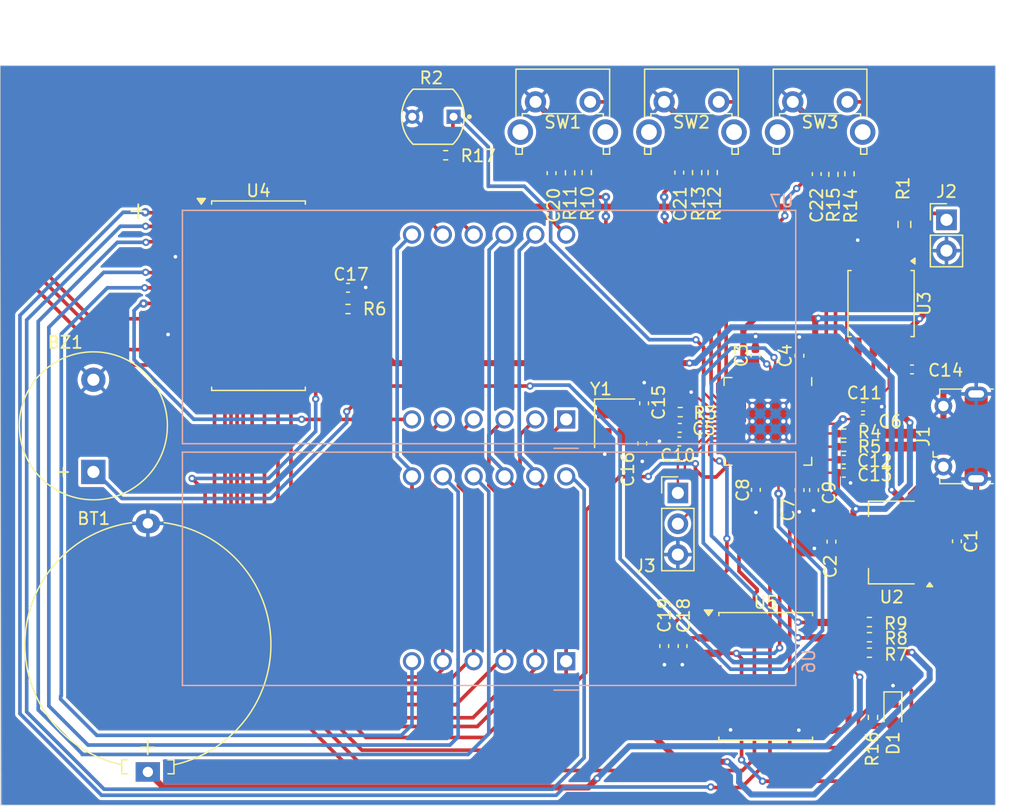
<source format=kicad_pcb>
(kicad_pcb (version 20240108) (generator "pcbnew") (generator_version "8.0")
  (title_block (title "pomopico") (date "2024-06-12") (rev "v0.1") (company "author - alcato"))
  (layers (0 "F.Cu" signal) (31 "B.Cu" signal) (34 "B.Paste" user) (35 "F.Paste" user) (36 "B.SilkS" user "B.Silkscreen") (37 "F.SilkS" user "F.Silkscreen") (38 "B.Mask" user) (39 "F.Mask" user) (44 "Edge.Cuts" user))
  (net 0 "")
  (net 1 "Net-(BT1-+)")
  (net 2 "GND")
  (net 3 "VBUS")
  (net 4 "+3V3")
  (net 5 "+1V1")
  (net 6 "/XIN")
  (net 7 "Net-(C16-Pad2)")
  (net 8 "/BTN_SET")
  (net 9 "/BTN_UP")
  (net 10 "/BTN_POMODORO")
  (net 11 "Net-(D1-A)")
  (net 12 "/SF")
  (net 13 "/SA")
  (net 14 "/SG")
  (net 15 "/upper0")
  (net 16 "/SD")
  (net 17 "/SB")
  (net 18 "/SC")
  (net 19 "/SE")
  (net 20 "/SDP")
  (net 21 "/upper3")
  (net 22 "/lower0")
  (net 23 "/upper1")
  (net 24 "/upper2")
  (net 26 "/USB_D+")
  (net 27 "/USB_D-")
  (net 28 "/~{USB_BOOT}")
  (net 29 "/SWD")
  (net 30 "/SWCLK")
  (net 31 "/QSPI_SS")
  (net 32 "/photoresistor")
  (net 33 "/XOUT")
  (net 34 "Net-(U1-USB_DP)")
  (net 35 "Net-(U1-USB_DM)")
  (net 36 "Net-(U4-ISET)")
  (net 37 "/DS3231_nINT")
  (net 38 "/DS3231_SDA")
  (net 39 "/DS3231_SCL")
  (net 40 "Net-(R10-Pad2)")
  (net 41 "Net-(R12-Pad2)")
  (net 42 "Net-(R14-Pad2)")
  (net 43 "/USER_LED")
  (net 44 "/MAX7219_DIN")
  (net 45 "/QSPI_SD3")
  (net 48 "/MAX7219_CLK")
  (net 50 "/MAX7219_LOAD")
  (net 53 "/QSPI_SCLK")
  (net 54 "/SOUND_PIN")
  (net 58 "/QSPI_SD2")
  (net 62 "/QSPI_SD1")
  (net 66 "/QSPI_SD0")
  (net 74 "/lower3")
  (net 75 "/lower1")
  (net 76 "/lower2")
  (footprint "Resistor_SMD:R_0402_1005Metric_Pad0.72x0.64mm_HandSolder" (layer "F.Cu") (at 182.42 58.1 -90)
    (property "Reference" "R13")
    (property "Value" "10k")
  )
  (footprint "Capacitor_SMD:C_0402_1005Metric_Pad0.74x0.62mm_HandSolder" (layer "F.Cu") (at 180.95 58.1 -90)
    (property "Reference" "C21")
    (property "Value" "0.1u")
  )
  (footprint "Resistor_SMD:R_0402_1005Metric_Pad0.72x0.64mm_HandSolder" (layer "F.Cu") (at 196.91 103.0225 -90)
    (property "Reference" "R16")
    (property "Value" "470")
  )
  (footprint "Capacitor_SMD:C_0402_1005Metric_Pad0.74x0.62mm_HandSolder" (layer "F.Cu") (at 200.125 74.33)
    (property "Reference" "C14")
    (property "Value" "100n")
  )
  (footprint "Buzzer_Beeper:Buzzer_12x9.5RM7.6" (layer "F.Cu") (at 132.67 82.78 90)
    (property "Reference" "BZ1")
    (property "Value" "Buzzer")
  )
  (footprint "Resistor_SMD:R_0402_1005Metric_Pad0.72x0.64mm_HandSolder" (layer "F.Cu") (at 196.6175 97.685 180)
    (property "Reference" "R7")
    (property "Value" "4.7k")
  )
  (footprint "LED_SMD:LED_0603_1608Metric_Pad1.05x0.95mm_HandSolder" (layer "F.Cu") (at 198.55 102.5825 -90)
    (property "Reference" "D1")
    (property "Value" "LED")
  )
  (footprint "Resistor_SMD:R_0402_1005Metric_Pad0.72x0.64mm_HandSolder" (layer "F.Cu") (at 173.325 58.1 90)
    (property "Reference" "R10")
    (property "Value" "10k")
  )
  (footprint "Capacitor_SMD:C_0402_1005Metric_Pad0.74x0.62mm_HandSolder" (layer "F.Cu") (at 179.71 97.14 -90)
    (property "Reference" "C19")
    (property "Value" "1u")
  )
  (footprint "Capacitor_SMD:C_0402_1005Metric_Pad0.74x0.62mm_HandSolder" (layer "F.Cu") (at 190.85 73.2 90)
    (property "Reference" "C4")
    (property "Value" "100n")
  )
  (footprint "Capacitor_SMD:C_0402_1005Metric_Pad0.74x0.62mm_HandSolder" (layer "F.Cu") (at 178.05 77.125 -90)
    (property "Reference" "C15")
    (property "Value" "10p")
  )
  (footprint "Capacitor_SMD:C_0402_1005Metric_Pad0.74x0.62mm_HandSolder" (layer "F.Cu") (at 196.1 77.4)
    (property "Reference" "C11")
    (property "Value" "100n")
  )
  (footprint "Resistor_SMD:R_0402_1005Metric_Pad0.72x0.64mm_HandSolder" (layer "F.Cu") (at 161.698091 56.67)
    (property "Reference" "R17")
    (property "Value" "10k")
  )
  (footprint "Capacitor_SMD:C_0402_1005Metric_Pad0.74x0.62mm_HandSolder" (layer "F.Cu") (at 194.5075 81.775)
    (property "Reference" "C12")
    (property "Value" "1u")
  )
  (footprint "RP2040_minimal_r2:RP2040-QFN-56" (layer "F.Cu") (at 188.25 78.6125 -90)
    (property "Reference" "U1" (hide yes))
    (property "Value" "RP2040")
  )
  (footprint "Capacitor_SMD:C_0402_1005Metric_Pad0.74x0.62mm_HandSolder" (layer "F.Cu") (at 170.425 58.145 -90)
    (property "Reference" "C20")
    (property "Value" "0.1u")
  )
  (footprint "Capacitor_SMD:C_0402_1005Metric_Pad0.74x0.62mm_HandSolder" (layer "F.Cu") (at 180.9925 79.15 180)
    (property "Reference" "C5")
    (property "Value" "100n")
  )
  (footprint "Resistor_SMD:R_0402_1005Metric_Pad0.72x0.64mm_HandSolder" (layer "F.Cu") (at 181.0225 77.85)
    (property "Reference" "R3")
    (property "Value" "1k")
  )
  (footprint "Resistor_SMD:R_0402_1005Metric_Pad0.72x0.64mm_HandSolder" (layer "F.Cu") (at 194.5075 79.625 180)
    (property "Reference" "R4")
    (property "Value" "27")
  )
  (footprint "Buttons_Switches_THT.pretty-master:SW_Tactile_SPST_Angled_PTS645Vx83-2LFS" (layer "F.Cu") (at 179.7 52.27)
    (property "Reference" "SW2")
    (property "Value" "SW_Push")
  )
  (footprint "Resistor_SMD:R_0402_1005Metric_Pad0.72x0.64mm_HandSolder" (layer "F.Cu") (at 196.615 95.16 180)
    (property "Reference" "R9")
    (property "Value" "4.7k")
  )
  (footprint "Crystal:Crystal_SMD_3225-4Pin_3.2x2.5mm" (layer "F.Cu") (at 175.62 78.77 -90)
    (property "Reference" "Y1")
    (property "Value" "Crystal_GND24_Small")
  )
  (footprint "Package_TO_SOT_SMD:SOT-223-3_TabPin2" (layer "F.Cu") (at 198.45 88.6 180)
    (property "Reference" "U2")
    (property "Value" "NCP1117-3.3_SOT223")
  )
  (footprint "Resistor_SMD:R_0402_1005Metric_Pad0.72x0.64mm_HandSolder" (layer "F.Cu") (at 153.65 69.35 180)
    (property "Reference" "R6")
    (property "Value" "9.53k")
  )
  (footprint "Capacitor_SMD:C_0402_1005Metric_Pad0.74x0.62mm_HandSolder" (layer "F.Cu") (at 177.9 80.4325 90)
    (property "Reference" "C16")
    (property "Value" "10p")
  )
  (footprint "Package_SO:SOIC-8_5.23x5.23mm_P1.27mm" (layer "F.Cu") (at 197.575 68.9 -90)
    (property "Reference" "U3")
    (property "Value" "W25Q128JVS")
  )
  (footprint "Resistor_SMD:R_0402_1005Metric_Pad0.72x0.64mm_HandSolder" (layer "F.Cu") (at 193.65 58.245 -90)
    (property "Reference" "R15")
    (property "Value" "10k")
  )
  (footprint "Package_SO:SOIC-16W_7.5x10.3mm_P1.27mm" (layer "F.Cu") (at 188.07 99.64)
    (property "Reference" "U5")
    (property "Value" "DS3231M")
  )
  (footprint "Capacitor_SMD:C_0402_1005Metric_Pad0.74x0.62mm_HandSolder" (layer "F.Cu") (at 181.22 97.14 -90)
    (property "Reference" "C18")
    (property "Value" "100n")
  )
  (footprint "Buttons_Switches_THT.pretty-master:SW_Tactile_SPST_Angled_PTS645Vx83-2LFS" (layer "F.Cu") (at 190.3 52.27)
    (property "Reference" "SW3")
    (property "Value" "SW_Push")
  )
  (footprint "Capacitor_SMD:C_0402_1005Metric_Pad0.74x0.62mm_HandSolder" (layer "F.Cu") (at 190.86 84.28 -90)
    (property "Reference" "C7")
    (property "Value" "100n")
  )
  (footprint "Resistor_SMD:R_0402_1005Metric_Pad0.72x0.64mm_HandSolder" (layer "F.Cu") (at 171.95 58.12 -90)
    (property "Reference" "R11")
    (property "Value" "10k")
  )
  (footprint "Resistor_SMD:R_0603_1608Metric_Pad0.98x0.95mm_HandSolder" (layer "F.Cu") (at 199.5 62.375 -90)
    (property "Reference" "R1")
    (property "Value" "1k")
  )
  (footprint "PDV-P8003:PHODET_PDV-P8103" (layer "F.Cu") (at 160.65 53.495 180)
    (property "Reference" "R2")
    (property "Value" "R_Photo")
  )
  (footprint "Resistor_SMD:R_0402_1005Metric_Pad0.72x0.64mm_HandSolder" (layer "F.Cu") (at 194.975 58.1975 90)
    (property "Reference" "R14")
    (property "Value" "10k")
  )
  (footprint "Resistor_SMD:R_0402_1005Metric_Pad0.72x0.64mm_HandSolder" (layer "F.Cu") (at 196.6175 96.41 180)
    (property "Reference" "R8")
    (property "Value" "4.7k")
  )
  (footprint "Battery:Battery_Panasonic_CR2032-HFN_Horizontal_CircularHoles" (layer "F.Cu") (at 137.16 107.52 90)
    (property "Reference" "BT1")
    (property "Value" "Battery_Cell")
  )
  (footprint "Capacitor_SMD:C_0402_1005Metric_Pad0.74x0.62mm_HandSolder" (layer "F.Cu") (at 193.49 88.53 -90)
    (property "Reference" "C2")
    (property "Value" "10u")
  )
  (footprint "Capacitor_SMD:C_0402_1005Metric_Pad0.74x0.62mm_HandSolder" (layer "F.Cu") (at 196.075 78.425)
    (property "Reference" "C6")
    (property "Value" "100n")
  )
  (footprint "Connector_PinHeader_2.54mm:PinHeader_1x03_P2.54mm_Vertical" (layer "F.Cu") (at 180.83 84.515)
    (property "Reference" "J3")
    (property "Value" "SWD")
  )
  (footprint "Capacitor_SMD:C_0402_1005Metric_Pad0.74x0.62mm_HandSolder" (layer "F.Cu") (at 203.825 88.5 -90)
    (property "Reference" "C1")
    (property "Value" "10u")
  )
  (footprint "Capacitor_SMD:C_0402_1005Metric_Pad0.74x0.62mm_HandSolder" (layer "F.Cu") (at 192.275 58.22 -90)
    (property "Reference" "C22")
    (property "Value" "0.1u")
  )
  (footprint "Resistor_SMD:R_0402_1005Metric_Pad0.72x0.64mm_HandSolder" (layer "F.Cu") (at 194.5075 80.7 180)
    (property "Reference" "R5")
    (property "Value" "27")
  )
  (footprint "Capacitor_SMD:C_0402_1005Metric_Pad0.74x0.62mm_HandSolder" (layer "F.Cu") (at 194.5075 82.85)
    (property "Reference" "C13")
    (property "Value" "1u")
  )
  (footprint "Connector_PinHeader_2.54mm:PinHeader_1x02_P2.54mm_Vertical" (layer "F.Cu") (at 202.965 61.995)
    (property "Reference" "J2")
    (property "Value" "Conn_01x02")
  )
  (footprint "Connector_USB:USB_Micro-B_Molex-105017-0001" (layer "F.Cu") (at 204.175 79.85 90)
    (property "Reference" "J1")
    (property "Value" "USB_B_Micro")
  )
  (footprint "Capacitor_SMD:C_0402_1005Metric_Pad0.74x0.62mm_HandSolder" (layer "F.Cu") (at 187.225 73.175 90)
    (property "Reference" "C3")
    (property "Value" "100n")
  )
  (footprint "Capacitor_SMD:C_0402_1005Metric_Pad0.74x0.62mm_HandSolder" (layer "F.Cu") (at 153.65 67.6)
    (property "Reference" "C17")
    (property "Value" "0.1u")
  )
  (footprint "Buttons_Switches_THT.pretty-master:SW_Tactile_SPST_Angled_PTS645Vx83-2LFS" (layer "F.Cu") (at 169.1 52.27)
    (property "Reference" "SW1")
    (property "Value" "SW_Push")
  )
  (footprint "Package_SO:SOIC-24W_7.5x15.4mm_P1.27mm" (layer "F.Cu") (at 146.275 68.25)
    (property "Reference" "U4")
    (property "Value" "MAX7219")
  )
  (footprint "Resistor_SMD:R_0402_1005Metric_Pad0.72x0.64mm_HandSolder" (layer "F.Cu") (at 183.7 58.1 90)
    (property "Reference" "R12")
    (property "Value" "10k")
  )
  (footprint "Capacitor_SMD:C_0402_1005Metric_Pad0.74x0.62mm_HandSolder" (layer "F.Cu") (at 180.95 80.275 180)
    (property "Reference" "C10")
    (property "Value" "100n")
  )
  (footprint "Capacitor_SMD:C_0402_1005Metric_Pad0.74x0.62mm_HandSolder" (layer "F.Cu") (at 187.26 84.26 -90)
    (property "Reference" "C8")
    (property "Value" "100n")
  )
  (footprint "Capacitor_SMD:C_0402_1005Metric_Pad0.74x0.62mm_HandSolder" (layer "F.Cu") (at 192.05 84.28 -90)
    (property "Reference" "C9")
    (property "Value" "100n")
  )
  (footprint "Display_7Segment:CC56-12GWA" (layer "B.Cu") (at 171.625 78.4525 90)
    (property "Reference" "U7")
    (property "Value" "upper_row")
  )
  (footprint "Display_7Segment:CC56-12GWA" (layer "B.Cu") (at 171.625 98.39 90)
    (property "Reference" "U6")
    (property "Value" "lower_row")
  )
  (gr_line (start 125 110.25) (end 125 49.275) (stroke (width 0.05)) (layer "Edge.Cuts"))
  (gr_line (start 207 49.275) (end 125 49.275) (stroke (width 0.05)) (layer "Edge.Cuts"))
  (gr_line (start 125 110.25) (end 207 110.25) (stroke (width 0.05)) (layer "Edge.Cuts"))
  (gr_line (start 207 75.75) (end 207 49.275) (stroke (width 0.05)) (layer "Edge.Cuts"))
  (gr_line (start 207 75.75) (end 207 110.25) (stroke (width 0.05)) (layer "Edge.Cuts"))
  (gr_text "+" (at 136.252122 61.287 90) (layer "F.SilkS") (effects (font (size 1.5 1.5))))
  (segment (start 174.175 108.05) (end 173.425 108.8) (width 0.5) (layer "F.Cu") (net 1))
  (segment (start 193.76 97.735) (end 193.86 97.735) (width 0.2) (layer "F.Cu") (net 1))
  (segment (start 192.72 97.735) (end 193.76 97.735) (width 0.2) (layer "F.Cu") (net 1))
  (segment (start 173.425 108.8) (end 138.44 108.8) (width 0.5) (layer "F.Cu") (net 1))
  (segment (start 138.44 108.8) (end 137.16 107.52) (width 0.5) (layer "F.Cu") (net 1))
  (segment (start 193.86 97.735) (end 195.825 99.7) (width 0.2) (layer "F.Cu") (net 1))
  (via (at 174.175 108.05) (size 0.6) (drill 0.3) (layers "F.Cu" "B.Cu") (net 1))
  (via (at 195.825 99.7) (size 0.6) (drill 0.3) (layers "F.Cu" "B.Cu") (net 1))
  (segment (start 195.7375 102.7625) (end 193.1 105.4) (width 0.5) (layer "B.Cu") (net 1))
  (segment (start 195.825 102.675) (end 195.7375 102.7625) (width 0.5) (layer "B.Cu") (net 1))
  (segment (start 193.1 105.4) (end 184.6 105.4) (width 0.5) (layer "B.Cu") (net 1))
  (segment (start 184.6 105.4) (end 176.825 105.4) (width 0.5) (layer "B.Cu") (net 1))
  (segment (start 195.825 99.7) (end 195.825 102.675) (width 0.5) (layer "B.Cu") (net 1))
  (segment (start 176.825 105.4) (end 174.175 108.05) (width 0.5) (layer "B.Cu") (net 1))
  (segment (start 194.9 99.925) (end 194.6375 99.6625) (width 0.5) (layer "F.Cu") (net 2))
  (segment (start 174.77 81.28) (end 174.81 81.32) (width 0.5) (layer "F.Cu") (net 2))
  (segment (start 180.95 102.475) (end 180.95 100.925) (width 0.5) (layer "F.Cu") (net 2))
  (segment (start 178.05 75.43) (end 178.06 75.42) (width 0.5) (layer "F.Cu") (net 2))
  (segment (start 177.9 81) (end 177.9 81.91) (width 0.5) (layer "F.Cu") (net 2))
  (segment (start 198.55 101.7075) (end 198.55 100.41) (width 0.5) (layer "F.Cu") (net 2))
  (segment (start 182.11 102.815) (end 181.175 103.75) (width 0.5) (layer "F.Cu") (net 2))
  (segment (start 183.6225 77.6125) (end 184.8125 77.6125) (width 0.2) (layer "F.Cu") (net 2))
  (segment (start 195.075 81.775) (end 195.075 82.85) (width 0.5) (layer "F.Cu") (net 2))
  (segment (start 155.08 67.6) (end 155.11 67.57) (width 0.3) (layer "F.Cu") (net 2))
  (segment (start 205.4125 76.95) (end 205.4125 78.85) (width 0.5) (layer "F.Cu") (net 2))
  (segment (start 183.42 104.085) (end 181.51 104.085) (width 0.5) (layer "F.Cu") (net 2))
  (segment (start 200.6925 74.33) (end 201.94 74.33) (width 0.5) (layer "F.Cu") (net 2))
  (segment (start 180.3825 80.275) (end 179.335 80.275) (width 0.5) (layer "F.Cu") (net 2))
  (segment (start 192.72 104.085) (end 190.81 104.085) (width 0.5) (layer "F.Cu") (net 2))
  (segment (start 194.185 102.815) (end 194.9 102.1) (width 0.5) (layer "F.Cu") (net 2))
  (segment (start 192.05 84.8475) (end 192.05 85.92) (width 0.5) (layer "F.Cu") (net 2))
  (segment (start 192.72 104.085) (end 194.39 104.085) (width 0.5) (layer "F.Cu") (net 2))
  (segment (start 180.95 57.5325) (end 180.95 53.52) (width 0.5) (layer "F.Cu") (net 2))
  (segment (start 194.025 100.275) (end 194.6375 99.6625) (width 0.5) (layer "F.Cu") (net 2))
  (segment (start 201.94 74.33) (end 202.74 75.13) (width 0.5) (layer "F.Cu") (net 2))
  (segment (start 141.625 65.075) (end 139.465 65.075) (width 0.3) (layer "F.Cu") (net 2))
  (segment (start 183.42 104.085) (end 185.14 104.085) (width 0.5) (layer "F.Cu") (net 2))
  (segment (start 185.14 104.085) (end 185.175 104.05) (width 0.5) (layer "F.Cu") (net 2))
  (segment (start 196.6675 77.4) (end 197.625 77.4) (width 0.5) (layer "F.Cu") (net 2))
  (segment (start 194.9 103.575) (end 194.9 102.1) (width 0.5) (layer "F.Cu") (net 2))
  (segment (start 190.85 71.67) (end 190.84 71.66) (width 0.5) (layer "F.Cu") (net 2))
  (segment (start 192.275 57.6525) (end 192.275 54.245) (width 0.5) (layer "F.Cu") (net 2))
  (segment (start 194.205 101.545) (end 194.9 100.85) (width 0.5) (layer "F.Cu") (net 2))
  (segment (start 195.67 63.69) (end 195.65 63.67) (width 0.3) (layer "F.Cu") (net 2))
  (segment (start 179.335 80.275) (end 179.31 80.25) (width 0.5) (layer "F.Cu") (net 2))
  (segment (start 181.625 100.25) (end 181.65 100.275) (width 0.5) (layer "F.Cu") (net 2))
  (segment (start 192.72 100.275) (end 194.025 100.275) (width 0.5) (layer "F.Cu") (net 2))
  (segment (start 194.6375 99.6625) (end 193.98 99.005) (width 0.5) (layer "F.Cu") (net 2))
  (segment (start 202.7125 75.1575) (end 202.7125 77.35) (width 0.5) (layer "F.Cu") (net 2))
  (segment (start 181.175 103.75) (end 180.95 103.525) (width 0.5) (layer "F.Cu") (net 2))
  (segment (start 180.7525 53.3225) (end 179.7 52.27) (width 0.5) (layer "F.Cu") (net 2))
  (segment (start 181.955 101.545) (end 181.025 102.475) (width 0.5) (layer "F.Cu") (net 2))
  (segment (start 205.4125 83.35) (end 205.4125 87.79) (width 0.5) (layer "F.Cu") (net 2))
  (segment (start 138.85 71.425) (end 138.825 71.45) (width 0.3) (layer "F.Cu") (net 2))
  (segment (start 179.71 97.7075) (end 179.71 98.66) (width 0.5) (layer "F.Cu") (net 2))
  (segment (start 183.42 101.545) (end 181.955 101.545) (width 0.5) (layer "F.Cu") (net 2))
  (segment (start 190.85 72.6325) (end 190.85 71.67) (width 0.5) (layer "F.Cu") (net 2))
  (segment (start 187.225 71.625) (end 187.24 71.61) (width 0.5) (layer "F.Cu") (net 2))
  (segment (start 180.95 103.525) (end 180.95 102.475) (width 0.5) (layer "F.Cu") (net 2))
  (segment (start 187.225 72.6075) (end 187.225 71.625) (width 0.5) (layer "F.Cu") (net 2))
  (segment (start 181.025 102.475) (end 180.95 102.475) (width 0.5) (layer "F.Cu") (net 2))
  (segment (start 154.2175 67.6) (end 155.08 67.6) (width 0.3) (layer "F.Cu") (net 2))
  (segment (start 194.9 102.1) (end 194.9 100.85) (width 0.5) (layer "F.Cu") (net 2))
  (segment (start 180.95 53.52) (end 180.7525 53.3225) (width 0.5) (layer "F.Cu") (net 2))
  (segment (start 180.425 80.2325) (end 180.3825 80.275) (width 0.5) (layer "F.Cu") (net 2))
  (segment (start 177.5825 76.5575) (end 178.05 76.5575) (width 0.5) (layer "F.Cu") (net 2))
  (segment (start 181.65 100.275) (end 183.42 100.275) (width 0.5) (layer "F.Cu") (net 2))
  (segment (start 176.47 77.67) (end 177.5825 76.5575) (width 0.5) (layer "F.Cu") (net 2))
  (segment (start 192.0875 89.0975) (end 192.08 89.09) (width 0.5) (layer "F.Cu") (net 2))
  (segment (start 170.425 57.5775) (end 170.425 53.595) (width 0.5) (layer "F.Cu") (net 2))
  (segment (start 193.98 99.005) (end 192.72 99.005) (width 0.5) (layer "F.Cu") (net 2))
  (segment (start 202.875 90.9) (end 203.825 89.95) (width 0.5) (layer "F.Cu") (net 2))
  (segment (start 179.71 98.66) (end 179.725 98.675) (width 0.5) (layer "F.Cu") (net 2))
  (segment (start 205.4125 83.35) (end 205.4125 82.75) (width 0.5) (layer "F.Cu") (net 2))
  (segment (start 183.42 102.815) (end 182.11 102.815) (width 0.5) (layer "F.Cu") (net 2))
  (segment (start 204.135 89.0675) (end 203.825 89.0675) (width 0.5) (layer "F.Cu") (net 2))
  (segment (start 187.26 84.8275) (end 187.26 86.12) (width 0.5) (layer "F.Cu") (net 2))
  (segment (start 195.67 65.3) (end 195.67 63.69) (width 0.3) (layer "F.Cu") (net 2))
  (segment (start 202.7125 78.55) (end 202.7125 77.35) (width 0.5) (layer "F.Cu") (net 2))
  (segment (start 139.465 65.075) (end 139.43 65.04) (width 0.3) (layer "F.Cu") (net 2))
  (segment (start 192.05 85.92) (end 192.01 85.96) (width 0.5) (layer "F.Cu") (net 2))
  (segment (start 190.81 104.085) (end 190.8 104.075) (width 0.5) (layer "F.Cu") (net 2))
  (segment (start 139.425 71.425) (end 138.85 71.425) (width 0.3) (layer "F.Cu") (net 2))
  (segment (start 170.425 53.595) (end 169.1 52.27) (width 0.5) (layer "F.Cu") (net 2))
  (segment (start 180.425 79.15) (end 180.425 80.2325) (width 0.5) (layer "F.Cu") (net 2))
  (segment (start 181.22 98.655) (end 181.2 98.675) (width 0.5) (layer "F.Cu") (net 2))
  (segment (start 198.55 100.41) (end 198.56 100.4) (width 0.5) (layer "F.Cu") (net 2))
  (segment (start 141.625 71.425) (end 139.425 71.425) (width 0.3) (layer "F.Cu") (net 2))
  (segment (start 203.825 89.95) (end 203.825 89.0675) (width 0.5) (layer "F.Cu") (net 2))
  (segment (start 196.6425 77.425) (end 196.6675 77.4) (width 0.5) (layer "F.Cu") (net 2))
  (segment (start 181.22 97.7075) (end 181.22 98.655) (width 0.5) (layer "F.Cu") (net 2))
  (segment (start 205.4125 76.95) (end 205.4125 76.35) (width 0.5) (layer "F.Cu") (net 2))
  (segment (start 192.72 102.815) (end 194.185 102.815) (width 0.5) (layer "F.Cu") (net 2))
  (segment (start 205.4125 78.85) (end 205.4125 80.85) (width 0.5) (layer "F.Cu") (net 2))
  (segment (start 205.4125 87.79) (end 204.135 89.0675) (width 0.5) (layer "F.Cu") (net 2))
  (segment (start 195.075 82.85) (end 195.075 83.675) (width 0.5) (layer "F.Cu") (net 2))
  (segment (start 202.74 75.13) (end 202.7125 75.1575) (width 0.5) (layer "F.Cu") (net 2))
  (segment (start 205.4125 80.85) (end 205.4125 82.75) (width 0.5) (layer "F.Cu") (net 2))
  (segment (start 201.6 90.9) (end 202.875 90.9) (width 0.5) (layer "F.Cu") (net 2))
  (segment (start 181.51 104.085) (end 181.175 103.75) (width 0.5) (layer "F.Cu") (net 2))
  (segment (start 174.77 79.87) (end 174.77 81.28) (width 0.5) (layer "F.Cu") (net 2))
  (segment (start 194.9 100.85) (end 194.9 99.925) (width 0.5) (layer "F.Cu") (net 2))
  (segment (start 181.925 76.2) (end 183.6225 77.6125) (width 0.2) (layer "F.Cu") (net 2))
  (segment (start 190.86 84.8475) (end 190.86 86.04) (width 0.5) (layer "F.Cu") (net 2))
  (segment (start 190.86 86.04) (end 190.83 86.07) (width 0.5) (layer "F.Cu") (net 2))
  (segment (start 194.39 104.085) (end 194.9 103.575) (width 0.5) (layer "F.Cu") (net 2))
  (segment (start 193.49 89.0975) (end 192.0875 89.0975) (width 0.5) (layer "F.Cu") (net 2))
  (segment (start 192.275 54.245) (end 190.3 52.27) (width 0.5) (layer "F.Cu") (net 2))
  (segment (start 180.95 100.925) (end 181.625 100.25) (width 0.5) (layer "F.Cu") (net 2))
  (segment (start 196.6425 78.425) (end 196.6425 77.425) (width 0.5) (layer "F.Cu") (net 2))
  (segment (start 178.05 76.5575) (end 178.05 75.43) (width 0.5) (layer "F.Cu") (net 2))
  (segment (start 192.72 101.545) (end 194.205 101.545) (width 0.5) (layer "F.Cu") (net 2))
  (segment (start 195.075 83.675) (end 195.06 83.69) (width 0.5) (layer "F.Cu") (net 2))
  (via (at 139.43 65.04) (size 0.6) (drill 0.3) (layers "F.Cu" "B.Cu") (net 2))
  (via (at 192.01 85.96) (size 0.6) (drill 0.3) (layers "F.Cu" "B.Cu") (net 2))
  (via (at 178.06 75.42) (size 0.6) (drill 0.3) (layers "F.Cu" "B.Cu") (net 2))
  (via (at 195.65 63.67) (size 0.6) (drill 0.3) (layers "F.Cu" "B.Cu") (net 2))
  (via (at 155.11 67.57) (size 0.6) (drill 0.3) (layers "F.Cu" "B.Cu") (net 2))
  (via (at 181.925 76.2) (size 0.6) (drill 0.3) (layers "F.Cu" "B.Cu") (net 2))
  (via (at 192.08 89.09) (size 0.6) (drill 0.3) (layers "F.Cu" "B.Cu") (net 2))
  (via (at 198.56 100.4) (size 0.6) (drill 0.3) (layers "F.Cu" "B.Cu") (net 2))
  (via (at 190.83 86.07) (size 0.6) (drill 0.3) (layers "F.Cu" "B.Cu") (net 2))
  (via (at 195.06 83.69) (size 0.6) (drill 0.3) (layers "F.Cu" "B.Cu") (net 2))
  (via (at 179.725 98.675) (size 0.6) (drill 0.3) (layers "F.Cu" "B.Cu") (net 2))
  (via (at 185.175 104.05) (size 0.6) (drill 0.3) (layers "F.Cu" "B.Cu") (net 2))
  (via (at 190.8 104.075) (size 0.6) (drill 0.3) (layers "F.Cu" "B.Cu") (net 2))
  (via (at 181.2 98.675) (size 0.6) (drill 0.3) (layers "F.Cu" "B.Cu") (net 2))
  (via (at 177.9 81.91) (size 0.6) (drill 0.3) (layers "F.Cu" "B.Cu") (net 2))
  (via (at 174.81 81.32) (size 0.6) (drill 0.3) (layers "F.Cu" "B.Cu") (net 2))
  (via (at 190.84 71.66) (size 0.6) (drill 0.3) (layers "F.Cu" "B.Cu") (net 2))
  (via (at 138.825 71.45) (size 0.7) (drill 0.3) (layers "F.Cu" "B.Cu") (net 2))
  (via (at 187.24 71.61) (size 0.6) (drill 0.3) (layers "F.Cu" "B.Cu") (net 2))
  (via (at 187.26 86.12) (size 0.6) (drill 0.3) (layers "F.Cu" "B.Cu") (net 2))
  (via (at 197.625 77.4) (size 0.7) (drill 0.3) (layers "F.Cu" "B.Cu") (net 2))
  (via (at 179.31 80.25) (size 0.6) (drill 0.3) (layers "F.Cu" "B.Cu") (net 2))
  (segment (start 200.8 83.875) (end 200.025 84.65) (width 0.5) (layer "F.Cu") (net 3))
  (segment (start 202.15 81.15) (end 200.8 82.5) (width 0.3) (layer "F.Cu") (net 3))
  (segment (start 201.6 86.3) (end 200.5 86.3) (width 0.5) (layer "F.Cu") (net 3))
  (segment (start 200.025 85.825) (end 198.45 84.25) (width 0.5) (layer "F.Cu") (net 3))
  (segment (start 153.0825 68.1125) (end 153.24 68.27) (width 0.3) (layer "F.Cu") (net 3))
  (segment (start 153.24 68.27) (end 153.99 68.27) (width 0.3) (layer "F.Cu") (net 3))
  (segment (start 203 86.3) (end 201.6 86.3) (width 0.5) (layer "F.Cu") (net 3))
  (segment (start 200.8 82.5) (end 200.8 83.875) (width 0.5) (layer "F.Cu") (net 3))
  (segment (start 200.025 84.65) (end 200.025 85.825) (width 0.5) (layer "F.Cu") (net 3))
  (segment (start 153.99 68.27) (end 154.2475 68.5275) (width 0.3) (layer "F.Cu") (net 3))
  (segment (start 200.5 86.3) (end 200.025 85.825) (width 0.5) (layer "F.Cu") (net 3))
  (segment (start 157.41 73.81) (end 154.23 70.63) (width 0.5) (layer "F.Cu") (net 3))
  (segment (start 153.0675 67.615) (end 153.0825 67.6) (width 0.3) (layer "F.Cu") (net 3))
  (segment (start 181.79 73.81) (end 157.41 73.81) (width 0.5) (layer "F.Cu") (net 3))
  (segment (start 203.825 87.125) (end 203 86.3) (width 0.5) (layer "F.Cu") (net 3))
  (segment (start 202.7125 81.15) (end 202.15 81.15) (width 0.3) (layer "F.Cu") (net 3))
  (segment (start 154.2475 70.6125) (end 154.2475 69.35) (width 0.5) (layer "F.Cu") (net 3))
  (segment (start 154.2475 68.5275) (end 154.2475 69.35) (width 0.3) (layer "F.Cu") (net 3))
  (segment (start 203.825 87.9325) (end 203.825 87.125) (width 0.5) (layer "F.Cu") (net 3))
  (segment (start 150.925 67.615) (end 153.0675 67.615) (width 0.3) (layer "F.Cu") (net 3))
  (segment (start 154.23 70.63) (end 154.2475 70.6125) (width 0.5) (layer "F.Cu") (net 3))
  (segment (start 153.0825 67.6) (end 153.0825 68.1125) (width 0.3) (layer "F.Cu") (net 3))
  (via (at 181.79 73.81) (size 0.6) (drill 0.3) (layers "F.Cu" "B.Cu") (net 3))
  (via (at 198.45 84.25) (size 0.6) (drill 0.3) (layers "F.Cu" "B.Cu") (net 3))
  (segment (start 198.45 75.01) (end 194.96 71.52) (width 0.5) (layer "B.Cu") (net 3))
  (segment (start 194.96 71.52) (end 194.3 70.86) (width 0.5) (layer "B.Cu") (net 3))
  (segment (start 194.3 70.86) (end 185.21 70.86) (width 0.5) (layer "B.Cu") (net 3))
  (segment (start 182.28 73.79) (end 181.81 73.79) (width 0.5) (layer "B.Cu") (net 3))
  (segment (start 181.81 73.79) (end 181.79 73.81) (width 0.5) (layer "B.Cu") (net 3))
  (segment (start 198.45 84.25) (end 198.45 75.01) (width 0.5) (layer "B.Cu") (net 3))
  (segment (start 185.21 70.86) (end 182.28 73.79) (width 0.5) (layer "B.Cu") (net 3))
  (segment (start 197.215 97.685) (end 197.215 96.41) (width 0.5) (layer "F.Cu") (net 4))
  (segment (start 200.12 97.66) (end 197.24 97.66) (width 0.5) (layer "F.Cu") (net 4))
  (segment (start 201.32 69.57) (end 200.745 70.145) (width 0.5) (layer "F.Cu") (net 4))
  (segment (start 191.6875 80.8125) (end 187.4875 80.8125) (width 0.2) (layer "F.Cu") (net 4))
  (segment (start 200.745 70.145) (end 199.48 71.41) (width 0.5) (layer "F.Cu") (net 4))
  (segment (start 195.5075 78.425) (end 194.45 78.425) (width 0.2) (layer "F.Cu") (net 4))
  (segment (start 187.25 73.7675) (end 187.225 73.7425) (width 0.2) (layer "F.Cu") (net 4))
  (segment (start 185.8375 80.4125) (end 186.2375 80.8125) (width 0.2) (layer "F.Cu") (net 4))
  (segment (start 185.7 78.45886) (end 185.7 77.052912) (width 0.2) (layer "F.Cu") (net 4))
  (segment (start 186.9 76.075) (end 190.675 76.075) (width 0.2) (layer "F.Cu") (net 4))
  (segment (start 183.7 58.6975) (end 183.7 59.97) (width 0.5) (layer "F.Cu") (net 4))
  (segment (start 178.08 97.8925) (end 178.08 103.79) (width 0.5) (layer "F.Cu") (net 4))
  (segment (start 183.7 59.97) (end 184.64 60.91) (width 0.5) (layer "F.Cu") (net 4))
  (segment (start 192.1375 80.8125) (end 192.475 81.15) (width 0.2) (layer "F.Cu") (net 4))
  (segment (start 193.49 87.9625) (end 194.6625 87.9625) (width 0.5) (layer "F.Cu") (net 4))
  (segment (start 175.3625 58.6975) (end 177.575 60.91) (width 0.5) (layer "F.Cu") (net 4))
  (segment (start 197.2125 93.6625) (end 197.2125 95.16) (width 0.5) (layer "F.Cu") (net 4))
  (segment (start 197.215 95.1625) (end 197.2125 95.16) (width 0.5) (layer "F.Cu") (net 4))
  (segment (start 190.85 75.175) (end 190.85 75.9) (width 0.2) (layer "F.Cu") (net 4))
  (segment (start 199.5575 74.33) (end 199.5575 72.5775) (width 0.5) (layer "F.Cu") (net 4))
  (segment (start 187.4875 80.8125) (end 187.25 81.05) (width 0.2) (layer "F.Cu") (net 4))
  (segment (start 184.875 90.9) (end 179.71 96.065) (width 0.3) (layer "F.Cu") (net 4))
  (segment (start 192.15 73.125) (end 192.15 70.37) (width 0.5) (layer "F.Cu") (net 4))
  (segment (start 187.225 73.7425) (end 186.6675 73.7425) (width 0.5) (layer "F.Cu") (net 4))
  (segment (start 191.6875 78.8125) (end 192.675 78.8125) (width 0.2) (layer "F.Cu") (net 4))
  (segment (start 179.71 96.065) (end 179.71 96.5725) (width 0.3) (layer "F.Cu") (net 4))
  (segment (start 184.8125 78.8125) (end 185.34636 78.8125) (width 0.2) (layer "F.Cu") (net 4))
  (segment (start 190.85 82.05) (end 190.85 83.7025) (width 0.2) (layer "F.Cu") (net 4))
  (segment (start 192.275 79.2125) (end 192.675 78.8125) (width 0.2) (layer "F.Cu") (net 4))
  (segment (start 185.7 77.052912) (end 186.677912 76.075) (width 0.2) (layer "F.Cu") (net 4))
  (segment (start 194.0625 78.8125) (end 192.675 78.8125) (width 0.2) (layer "F.Cu") (net 4))
  (segment (start 187.25 75.175) (end 187.25 73.7675) (width 0.2) (layer "F.Cu") (net 4))
  (segment (start 181.8975 78.8125) (end 181.56 79.15) (width 0.2) (layer "F.Cu") (net 4))
  (segment (start 183.425 81.375) (end 183.925 81.875) (width 0.2) (layer "F.Cu") (net 4))
  (segment (start 186.6675 73.7425) (end 186.225 73.3) (width 0.5) (layer "F.Cu") (net 4))
  (segment (start 184.875 88.275) (end 184.875 90.9) (width 0.3) (layer "F.Cu") (net 4))
  (segment (start 183.75 80.4125) (end 183.6875 80.4125) (width 0.2) (layer "F.Cu") (net 4))
  (segment (start 194.975 58.795) (end 202.365 58.795) (width 0.5) (layer "F.Cu") (net 4))
  (segment (start 201.6 88.6) (end 195.3 88.6) (width 0.5) (layer "F.Cu") (net 4))
  (segment (start 199.5575 78.3325) (end 199.95 78.725) (width 0.5) (layer "F.Cu") (net 4))
  (segment (start 195.3 91.75) (end 197.2125 93.6625) (width 0.5) (layer "F.Cu") (net 4))
  (segment (start 193.94 84.3925) (end 193.49 84.8425) (width 0.5) (layer "F.Cu") (net 4))
  (segment (start 194.6625 87.9625) (end 195.3 88.6) (width 0.5) (layer "F.Cu") (net 4))
  (segment (start 192.86 60.91) (end 184.64 60.91) (width 0.5) (layer "F.Cu") (net 4))
  (segment (start 186.677912 76.075) (end 186.9 76.075) (width 0.2) (layer "F.Cu") (net 4))
  (segment (start 186.225 73.3) (end 186.225 71.075) (width 0.5) (layer "F.Cu") (net 4))
  (segment (start 192.475 82.25) (end 193.075 82.85) (width 0.2) (layer "F.Cu") (net 4))
  (segment (start 192.15 70.37) (end 192.41 70.11) (width 0.5) (layer "F.Cu") (net 4))
  (segment (start 191.6875 79.2125) (end 192.275 79.2125) (width 0.2) (layer "F.Cu") (net 4))
  (segment (start 179.71 96.5725) (end 181.22 96.5725) (width 0.5) (layer "F.Cu") (net 4))
  (segment (start 194.975 58.795) (end 192.86 60.91) (width 0.5) (layer "F.Cu") (net 4))
  (segment (start 185.34636 78.8125) (end 185.7 78.45886) (width 0.2) (layer "F.Cu") (net 4))
  (segment (start 195.3 86.025) (end 195.5 85.825) (width 0.5) (layer "F.Cu") (net 4))
  (segment (start 184.64 60.91) (end 177.575 60.91) (width 0.5) (layer "F.Cu") (net 4))
  (segment (start 186.225 71.075) (end 186.9125 70.3875) (width 0.5) (layer "F.Cu") (net 4))
  (segment (start 193.075 82.85) (end 193.94 82.85) (width 0.2) (layer "F.Cu") (net 4))
  (segment (start 193.94 82.85) (end 193.94 84.3925) (width 0.5) (layer "F.Cu") (net 4))
  (segment (start 191.6875 81.2125) (end 192.05 81.575) (width 0.2) (layer "F.Cu") (net 4))
  (segment (start 190.85 75.175) (end 190.85 73.7675) (width 0.2) (layer "F.Cu") (net 4))
  (segment (start 192.05 81.575) (end 192.05 83.7125) (width 0.2) (layer "F.Cu") (net 4))
  (segment (start 180.97 106.68) (end 184.9 106.68) (width 0.5) (layer "F.Cu") (net 4))
  (segment (start 195.3 88.6) (end 195.3 91.75) (width 0.5) (layer "F.Cu") (net 4))
  (segment (start 178.08 103.79) (end 180.97 106.68) (width 0.5) (layer "F.Cu") (net 4))
  (segment (start 193.49 84.8425) (end 193.49 87.9625) (width 0.5) (layer "F.Cu") (net 4))
  (segment (start 183.6875 80.4125) (end 183.425 80.675) (width 0.2) (layer "F.Cu") (net 4))
  (segment (start 194.45 78.425) (end 194.425 78.45) (width 0.2) (layer "F.Cu") (net 4))
  (segment (start 165.020592 60.91) (end 161.100591 56.989999) (width 0.5) (layer "F.Cu") (net 4))
  (segment (start 190.86 83.7125) (end 192.05 83.7125) (width 0.5) (layer "F.Cu") (net 4))
  (segment (start 192.36 83.7125) (end 193.49 84.8425) (width 0.5) (layer "F.Cu") (net 4))
  (segment (start 186.9 76.075) (end 187.25 75.725) (width 0.2) (layer "F.Cu") (net 4))
  (segment (start 191.6875 80.8125) (end 192.1375 80.8125) (width 0.2) (layer "F.Cu") (net 4))
  (segment (start 191.5075 73.7675) (end 192.15 73.125) (width 0.5) (layer "F.Cu") (net 4))
  (segment (start 195.3 88.6) (end 195.3 86.025) (width 0.5) (layer "F.Cu") (net 4))
  (segment (start 183.925 81.875) (end 184.25 81.875) (width 0.2) (layer "F.Cu") (net 4))
  (segment (start 186.2375 80.8125) (end 187.4875 80.8125) (width 0.2) (layer "F.Cu") (net 4))
  (segment (start 183.42 96.465) (end 181.3275 96.465) (width 0.3) (layer "F.Cu") (net 4))
  (segment (start 192.475 81.15) (end 192.475 82.25) (width 0.2) (layer "F.Cu") (net 4))
  (segment (start 183.425 80.675) (end 183.425 81.375) (width 0.2) (layer "F.Cu") (net 4))
  (segment (start 184.8125 80.4125) (end 185.8375 80.4125) (width 0.2) (layer "F.Cu") (net 4))
  (segment (start 194.425 78.45) (end 194.0625 78.8125) (width 0.2) (layer "F.Cu") (net 4))
  (segment (start 177.575 60.91) (end 174.34 60.91) (width 0.5) (layer "F.Cu") (net 4))
  (segment (start 174.34 60.91) (end 165.020592 60.91) (width 0.5) (layer "F.Cu") (net 4))
  (segment (start 204.08 58.79) (end 205.6 60.31) (width 0.5) (layer "F.Cu") (net 4))
  (segment (start 205.6 66.93) (end 202.96 69.57) (width 0.5) (layer "F.Cu") (net 4))
  (segment (start 184.8125 78.8125) (end 181.8975 78.8125) (width 0.2) (layer "F.Cu") (net 4))
  (segment (start 187.25 75.725) (end 187.25 75.175) (width 0.2) (layer "F.Cu") (net 4))
  (segment (start 187.19 70.11) (end 186.9125 70.3875) (width 0.5) (layer "F.Cu") (net 4))
  (segment (start 199.5575 74.33) (end 199.5575 78.3325) (width 0.5) (layer "F.Cu") (net 4))
  (segment (start 192.41 70.11) (end 187.19 70.11) (width 0.5) (layer "F.Cu") (net 4))
  (segment (start 187.25 83.6825) (end 187.26 83.6925) (width 0.2) (layer "F.Cu") (net 4))
  (segment (start 190.675 76.075) (end 190.85 75.9) (width 0.2) (layer "F.Cu") (net 4))
  (segment (start 202.96 69.57) (end 201.32 69.57) (width 0.5) (layer "F.Cu") (net 4))
  (segment (start 181.3275 96.465) (end 181.22 96.5725) (width 0.3) (layer "F.Cu") (net 4))
  (segment (start 205.6 60.31) (end 205.6 66.93) (width 0.5) (layer "F.Cu") (net 4))
  (segment (start 197.215 96.41) (end 197.215 95.1625) (width 0.5) (layer "F.Cu") (net 4))
  (segment (start 184.8125 80.4125) (end 183.75 80.4125) (width 0.2) (layer "F.Cu") (net 4))
  (segment (start 199.48 71.41) (end 199.48 72.5) (width 0.5) (layer "F.Cu") (net 4))
  (segment (start 187.25 82.05) (end 187.25 83.6825) (width 0.2) (layer "F.Cu") (net 4))
  (segment (start 202.365 58.795) (end 202.37 58.79) (width 0.5) (layer "F.Cu") (net 4))
  (segment (start 179.4 96.5725) (end 178.08 97.8925) (width 0.5) (layer "F.Cu") (net 4))
  (segment (start 190.85 83.7025) (end 190.86 83.7125) (width 0.2) (layer "F.Cu") (net 4))
  (segment (start 173.325 58.6975) (end 175.3625 58.6975) (width 0.5) (layer "F.Cu") (net 4))
  (segment (start 199.5575 72.5775) (end 199.48 72.5) (width 0.5) (layer "F.Cu") (net 4))
  (segment (start 179.71 96.5725) (end 179.4 96.5725) (width 0.5) (layer "F.Cu") (net 4))
  (segment (start 192.05 83.7125) (end 192.36 83.7125) (width 0.5) (layer "F.Cu") (net 4))
  (segment (start 190.85 73.7675) (end 191.5075 73.7675) (width 0.5) (layer "F.Cu") (net 4))
  (segment (start 202.37 58.79) (end 204.08 58.79) (width 0.5) (layer "F.Cu") (net 4))
  (segment (start 187.25 81.05) (end 187.25 82.05) (width 0.2) (layer "F.Cu") (net 4))
  (segment (start 161.100591 56.989999) (end 161.100591 56.67) (width 0.5) (layer "F.Cu") (net 4))
  (segment (start 197.24 97.66) (end 197.215 97.685) (width 0.5) (layer "F.Cu") (net 4))
  (via (at 200.12 97.66) (size 0.6) (drill 0.3) (layers "F.Cu" "B.Cu") (net 4))
  (via (at 184.875 88.275) (size 0.6) (drill 0.3) (layers "F.Cu" "B.Cu") (net 4))
  (via (at 200.745 70.145) (size 0.6) (drill 0.3) (layers "F.Cu" "B.Cu") (net 4))
  (via (at 199.95 78.725) (size 0.6) (drill 0.3) (layers "F.Cu" "B.Cu") (net 4))
  (via (at 195.5 85.825) (size 0.7) (drill 0.3) (layers "F.Cu" "B.Cu") (net 4))
  (via (at 192.41 70.11) (size 0.6) (drill 0.3) (layers "F.Cu" "B.Cu") (net 4))
  (via (at 184.9 106.68) (size 0.6) (drill 0.3) (layers "F.Cu" "B.Cu") (net 4))
  (via (at 194.425 78.45) (size 0.7) (drill 0.3) (layers "F.Cu" "B.Cu") (net 4))
  (via (at 184.25 81.875) (size 0.6) (drill 0.3) (layers "F.Cu" "B.Cu") (net 4))
  (segment (start 192.41 70.11) (end 200.71 70.11) (width 0.5) (layer "B.Cu") (net 4))
  (segment (start 186.63 109.13) (end 186.88 109.38) (width 0.5) (layer "B.Cu") (net 4))
  (segment (start 195.5 85.825) (end 197.935661 85.825) (width 0.5) (layer "B.Cu") (net 4))
  (segment (start 199.95 83.810661) (end 199.95 81.6) (width 0.5) (layer "B.Cu") (net 4))
  (segment (start 186.88 109.38) (end 189.71 109.38) (width 0.5) (layer "B.Cu") (net 4))
  (segment (start 184.98 106.68) (end 185.88 107.58) (width 0.5) (layer "B.Cu") (net 4))
  (segment (start 194.425 78.45) (end 193.75 79.125) (width 0.5) (layer "B.Cu") (net 4))
  (segment (start 200.71 70.11) (end 200.745 70.145) (width 0.5) (layer "B.Cu") (net 4))
  (segment (start 185.88 108.38) (end 186.63 109.13) (width 0.5) (layer "B.Cu") (net 4))
  (segment (start 201.58 99.12) (end 200.12 97.66) (width 0.5) (layer "B.Cu") (net 4))
  (segment (start 197.935661 85.825) (end 199.95 83.810661) (width 0.5) (layer "B.Cu") (net 4))
  (segment (start 184.875 82.975) (end 184.875 88.275) (width 0.3) (layer "B.Cu") (net 4))
  (segment (start 193.75 79.125) (end 193.75 84.075) (width 0.5) (layer "B.Cu") (net 4))
  (segment (start 201.58 99.87) (end 201.58 99.12) (width 0.5) (layer "B.Cu") (net 4))
  (segment (start 189.71 109.38) (end 192.07 109.38) (width 0.5) (layer "B.Cu") (net 4))
  (segment (start 199.95 78.725) (end 199.95 81.6) (width 0.5) (layer "B.Cu") (net 4))
  (segment (start 184.9 106.68) (end 184.98 106.68) (width 0.5) (layer "B.Cu") (net 4))
  (segment (start 193.75 84.075) (end 195.5 85.825) (width 0.5) (layer "B.Cu") (net 4))
  (segment (start 184.875 82.5) (end 184.25 81.875) (width 0.3) (layer "B.Cu") (net 4))
  (segment (start 192.07 109.38) (end 201.58 99.87) (width 0.5) (layer "B.Cu") (net 4))
  (segment (start 184.875 82.475) (end 184.875 82.975) (width 0.3) (layer "B.Cu") (net 4))
  (segment (start 185.88 107.58) (end 185.88 108.38) (width 0.5) (layer "B.Cu") (net 4))
  (segment (start 185.7375 79.2125) (end 186.35 78.6) (width 0.2) (layer "F.Cu") (net 5))
  (segment (start 190.628201 77.896799) (end 190.628201 77.446799) (width 0.2) (layer "F.Cu") (net 5))
  (segment (start 191.6875 80.4125) (end 192.303186 80.4125) (width 0.2) (layer "F.Cu") (net 5))
  (segment (start 193.543261 78.4125) (end 194.555761 77.4) (width 0.2) (layer "F.Cu") (net 5))
  (segment (start 184.8125 79.2125) (end 185.7375 79.2125) (width 0.2) (layer "F.Cu") (net 5))
  (segment (start 194.555761 77.4) (end 195.5325 77.4) (width 0.2) (layer "F.Cu") (net 5))
  (segment (start 190.95 78.20886) (end 190.93386 78.20886) (width 0.2) (layer "F.Cu") (net 5))
  (segment (start 191.6875 78.4125) (end 193.543261 78.4125) (width 0.2) (layer "F.Cu") (net 5))
  (segment (start 190.95 78.20886) (end 191.15364 78.4125) (width 0.2) (layer "F.Cu") (net 5))
  (segment (start 186.35 77.575) (end 186.35 76.968598) (width 0.2) (layer "F.Cu") (net 5))
  (segment (start 192.303186 80.4125) (end 192.875 80.984314) (width 0.2) (layer "F.Cu") (net 5))
  (segment (start 193.1 81.775) (end 193.94 81.775) (width 0.2) (layer "F.Cu") (net 5))
  (segment (start 186.35 76.968598) (end 186.693598 76.625) (width 0.2) (layer "F.Cu") (net 5))
  (segment (start 186.35 78.6) (end 186.35 77.575) (width 0.2) (layer "F.Cu") (net 5))
  (segment (start 191.15364 78.4125) (end 191.6875 78.4125) (width 0.2) (layer "F.Cu") (net 5))
  (segment (start 191.15364 80.4125) (end 190.625 79.88386) (width 0.2) (layer "F.Cu") (net 5))
  (segment (start 190.625 79.88386) (end 190.625 77.9) (width 0.2) (layer "F.Cu") (net 5))
  (segment (start 189.725 76.625) (end 189.806402 76.625) (width 0.2) (layer "F.Cu") (net 5))
  (segment (start 186.693598 76.625) (end 189.725 76.625) (width 0.2) (layer "F.Cu") (net 5))
  (segment (start 190.93386 78.20886) (end 190.625 77.9) (width 0.2) (layer "F.Cu") (net 5))
  (segment (start 191.6875 80.4125) (end 191.15364 80.4125) (width 0.2) (layer "F.Cu") (net 5))
  (segment (start 190.625 77.9) (end 190.628201 77.896799) (width 0.2) (layer "F.Cu") (net 5))
  (segment (start 184.8125 79.2125) (end 182.58 79.2125) (width 0.2) (layer "F.Cu") (net 5))
  (segment (start 182.58 79.2125) (end 181.5175 80.275) (width 0.2) (layer "F.Cu") (net 5))
  (segment (start 192.875 81.55) (end 193.1 81.775) (width 0.2) (layer "F.Cu") (net 5))
  (segment (start 189.806402 76.625) (end 190.628201 77.446799) (width 0.2) (layer "F.Cu") (net 5))
  (segment (start 192.875 80.984314) (end 192.875 81.55) (width 0.2) (layer "F.Cu") (net 5))
  (segment (start 182.175 77.025) (end 178.7175 77.025) (width 0.3) (layer "F.Cu") (net 6))
  (segment (start 178.7175 77.025) (end 178.05 77.6925) (width 0.3) (layer "F.Cu") (net 6))
  (segment (start 183.1625 78.0125) (end 182.175 77.025) (width 0.2) (layer "F.Cu") (net 6))
  (segment (start 184.8125 78.0125) (end 183.1625 78.0125) (width 0.2) (layer "F.Cu") (net 6))
  (segment (start 174.77 77.84) (end 174.77 77.67) (width 0.2) (layer "F.Cu") (net 6))
  (segment (start 174.625 77.875) (end 174.625 77.65) (width 0.2) (layer "F.Cu") (net 6))
  (segment (start 178.05 77.6925) (end 178.05 78.06) (width 0.2) (layer "F.Cu") (net 6))
  (segment (start 177.39 78.72) (end 175.65 78.72) (width 0.2) (layer "F.Cu") (net 6))
  (segment (start 175.65 78.72) (end 174.77 77.84) (width 0.2) (layer "F.Cu") (net 6))
  (segment (start 178.05 78.06) (end 177.39 78.72) (width 0.2) (layer "F.Cu") (net 6))
  (segment (start 176.475 79.865) (end 176.47 79.87) (width 0.3) (layer "F.Cu") (net 7))
  (segment (start 178.85 79.225) (end 178.21 79.865) (width 0.3) (layer "F.Cu") (net 7))
  (segment (start 178.21 79.865) (end 177.9 79.865) (width 0.3) (layer "F.Cu") (net 7))
  (segment (start 178.85 78.65) (end 178.85 79.225) (width 0.3) (layer "F.Cu") (net 7))
  (segment (start 177.9 79.865) (end 176.475 79.865) (width 0.3) (layer "F.Cu") (net 7))
  (segment (start 179.65 77.85) (end 178.85 78.65) (width 0.3) (layer "F.Cu") (net 7))
  (segment (start 180.425 77.85) (end 179.65 77.85) (width 0.3) (layer "F.Cu") (net 7))
  (segment (start 176.34 79.865) (end 176.325 79.85) (width 0.3) (layer "F.Cu") (net 7))
  (segment (start 183.045 69.1) (end 183.57 69.625) (width 0.3) (layer "F.Cu") (net 8))
  (segment (start 174.9 61.71) (end 174.9 63.1) (width 0.3) (layer "F.Cu") (net 8))
  (segment (start 173.3425 60.11) (end 174.9 60.11) (width 0.3) (layer "F.Cu") (net 8))
  (segment (start 184.8125 76.8125) (end 184.112954 76.8125) (width 0.2) (layer "F.Cu") (net 8))
  (segment (start 183.57 76.269546) (end 183.57 75.52) (width 0.2) (layer "F.Cu") (net 8))
  (segment (start 180.9 69.1) (end 183.045 69.1) (width 0.3) (layer "F.Cu") (net 8))
  (segment (start 170.43 58.7175) (end 170.425 58.7125) (width 0.3) (layer "F.Cu") (net 8))
  (segment (start 183.57 69.625) (end 183.57 75.52) (width 0.3) (layer "F.Cu") (net 8))
  (segment (start 184.112954 76.8125) (end 183.57 76.269546) (width 0.2) (layer "F.Cu") (net 8))
  (segment (start 174.9 63.1) (end 180.9 69.1) (width 0.3) (layer "F.Cu") (net 8))
  (segment (start 171.95 58.7175) (end 170.43 58.7175) (width 0.3) (layer "F.Cu") (net 8))
  (segment (start 171.95 58.7175) (end 173.3425 60.11) (width 0.3) (layer "F.Cu") (net 8))
  (via (at 174.9 61.71) (size 0.7) (drill 0.3) (layers "F.Cu" "B.Cu") (net 8))
  (via (at 174.9 60.11) (size 0.7) (drill 0.3) (layers "F.Cu" "B.Cu") (net 8))
  (segment (start 174.9 60.11) (end 174.9 61.71) (width 0.3) (layer "B.Cu") (net 8))
  (segment (start 180.7825 58.6675) (end 179.775 59.675) (width 0.3) (layer "F.Cu") (net 9))
  (segment (start 180.95 58.6675) (end 182.39 58.6675) (width 0.3) (layer "F.Cu") (net 9))
  (segment (start 179.75 61.71) (end 179.75 62.15) (width 0.3) (layer "F.Cu") (net 9))
  (segment (start 184.23 75.31) (end 184.26 75.34) (width 0.3) (layer "F.Cu") (net 9))
  (segment (start 184.27864 76.4125) (end 184.8125 76.4125) (width 0.2) (layer "F.Cu") (net 9))
  (segment (start 182.39 58.6675) (end 182.42 58.6975) (width 0.3) (layer "F.Cu") (net 9))
  (segment (start 184.26 75.34) (end 184.075 75.525) (width 0.2) (layer "F.Cu") (net 9))
  (segment (start 184.075 76.20886) (end 184.27864 76.4125) (width 0.2) (layer "F.Cu") (net 9))
  (segment (start 184.075 75.525) (end 184.075 76.20886) (width 0.2) (layer "F.Cu") (net 9))
  (segment (start 179.75 62.15) (end 184.23 66.63) (width 0.3) (layer "F.Cu") (net 9))
  (segment (start 179.7 59.75) (end 179.7 60.11) (width 0.3) (layer "F.Cu") (net 9))
  (segment (start 184.23 66.63) (end 184.23 75.31) (width 0.3) (layer "F.Cu") (net 9))
  (segment (start 179.775 59.675) (end 179.7 59.75) (width 0.3) (layer "F.Cu") (net 9))
  (segment (start 180.95 58.6675) (end 180.7825 58.6675) (width 0.3) (layer "F.Cu") (net 9))
  (via (at 179.7 60.11) (size 0.7) (drill 0.3) (layers "F.Cu" "B.Cu") (net 9))
  (via (at 179.75 61.71) (size 0.7) (drill 0.3) (layers "F.Cu" "B.Cu") (net 9))
  (segment (start 179.7 60.11) (end 179.7 61.66) (width 0.3) (layer "B.Cu") (net 9))
  (segment (start 179.7 61.66) (end 179.75 61.71) (width 0.3) (layer "B.Cu") (net 9))
  (segment (start 189.65 61.73) (end 189.65 61.66) (width 0.3) (layer "F.Cu") (net 10))
  (segment (start 184.8125 76.0125) (end 184.8125 75.3425) (width 0.2) (layer "F.Cu") (net 10))
  (segment (start 184.8125 75.3425) (end 184.81 75.34) (width 0.2) (layer "F.Cu") (net 10))
  (segment (start 192.33 58.8425) (end 192.275 58.7875) (width 0.3) (layer "F.Cu") (net 10))
  (segment (start 184.81 75.34) (end 184.81 66.57) (width 0.3) (layer "F.Cu") (net 10))
  (segment (start 190.62 59.41) (end 191.2425 58.7875) (width 0.3) (layer "F.Cu") (net 10))
  (segment (start 184.81 66.57) (end 189.65 61.73) (width 0.3) (layer "F.Cu") (net 10))
  (segment (start 191.2425 58.7875) (end 192.275 58.7875) (width 0.3) (layer "F.Cu") (net 10))
  (segment (start 193.65 58.8425) (end 192.33 58.8425) (width 0.3) (layer "F.Cu") (net 10))
  (via (at 190.62 59.41) (size 0.6) (drill 0.3) (layers "F.Cu" "B.Cu") (net 10))
  (via (at 189.65 61.66) (size 0.6) (drill 0.3) (layers "F.Cu" "B.Cu") (net 10))
  (segment (start 189.65 61.66) (end 189.65 60.38) (width 0.3) (layer "B.Cu") (net 10))
  (segment (start 189.65 60.38) (end 190.62 59.41) (width 0.3) (layer "B.Cu") (net 10))
  (segment (start 198.3875 103.62) (end 198.55 103.4575) (width 0.3) (layer "F.Cu") (net 11))
  (segment (start 196.91 103.62) (end 198.3875 103.62) (width 0.3) (layer "F.Cu") (net 11))
  (segment (start 166.545 82.7375) (end 166.545 83.445) (width 0.3) (layer "F.Cu") (net 12))
  (segment (start 155.92 103.05) (end 145.01 92.14) (width 0.3) (layer "F.Cu") (net 12))
  (segment (start 163.95 103.05) (end 155.92 103.05) (width 0.3) (layer "F.Cu") (net 12))
  (segment (start 167.275 83.88) (end 167.275 97) (width 0.3) (layer "F.Cu") (net 12))
  (segment (start 145.01 92.14) (end 145.01 70.71) (width 0.3) (layer "F.Cu") (net 12))
  (segment (start 167.79 97.515) (end 167.79 99.21) (width 0.3) (layer "F.Cu") (net 12))
  (segment (start 167.275 97) (end 167.79 97.515) (width 0.3) (layer "F.Cu") (net 12))
  (segment (start 166.545 83.15) (end 167.275 83.88) (width 0.3) (layer "F.Cu") (net 12))
  (segment (start 149.375 66.345) (end 150.925 66.345) (width 0.3) (layer "F.Cu") (net 12))
  (segment (start 167.79 99.21) (end 163.95 103.05) (width 0.3) (layer "F.Cu") (net 12))
  (segment (start 145.01 70.71) (end 149.375 66.345) (width 0.3) (layer "F.Cu") (net 12))
  (segment (start 166.545 63.2125) (end 165.28 64.4775) (width 0.3) (layer "B.Cu") (net 12))
  (segment (start 165.28 64.4775) (end 165.28 81.4725) (width 0.3) (layer "B.Cu") (net 12))
  (segment (start 165.28 81.4725) (end 166.545 82.7375) (width 0.3) (layer "B.Cu") (net 12))
  (segment (start 169.085 82.7375) (end 169.085 83.425) (width 0.3) (layer "F.Cu") (net 13))
  (segment (start 164.925 104.675) (end 155.125 104.675) (width 0.3) (layer "F.Cu") (net 13))
  (segment (start 169.085 83.425) (end 170.35 84.69) (width 0.3) (layer "F.Cu") (net 13))
  (segment (start 170.35 99.25) (end 164.925 104.675) (width 0.3) (layer "F.Cu") (net 13))
  (segment (start 149.695 63.805) (end 150.925 63.805) (width 0.3) (layer "F.Cu") (net 13))
  (segment (start 170.35 84.69) (end 170.35 99.25) (width 0.3) (layer "F.Cu") (net 13))
  (segment (start 144.01 69.49) (end 149.695 63.805) (width 0.3) (layer "F.Cu") (net 13))
  (segment (start 155.125 104.675) (end 144.01 93.56) (width 0.3) (layer "F.Cu") (net 13))
  (segment (start 144.01 93.56) (end 144.01 69.49) (width 0.3) (layer "F.Cu") (net 13))
  (segment (start 167.76 81.4125) (end 167.76 64.5375) (width 0.3) (layer "B.Cu") (net 13))
  (segment (start 169.085 82.7375) (end 167.76 81.4125) (width 0.3) (layer "B.Cu") (net 13))
  (segment (start 167.76 64.5375) (end 169.085 63.2125) (width 0.3) (layer "B.Cu") (net 13))
  (segment (start 147.88 90.77) (end 147.88 74.71) (width 0.3) (layer "F.Cu") (net 14))
  (segment (start 160.21 83.45) (end 161.47 84.71) (width 0.3) (layer "F.Cu") (net 14))
  (segment (start 147.88 74.71) (end 149.895 72.695) (width 0.3) (layer "F.Cu") (net 14))
  (segment (start 160.21 79.7075) (end 160.21 83.45) (width 0.3) (layer "F.Cu") (net 14))
  (segment (start 161.465 97.9775) (end 161.465 99.03816) (width 0.3) (layer "F.Cu") (net 14))
  (segment (start 161.465 84.715) (end 161.465 97.9775) (width 0.3) (layer "F.Cu") (net 14))
  (segment (start 161.465 78.4525) (end 160.21 79.7075) (width 0.3) (layer "F.Cu") (net 14))
  (segment (start 161.47 84.71) (end 161.465 84.715) (width 0.3) (layer "F.Cu") (net 14))
  (segment (start 149.895 72.695) (end 150.925 72.695) (width 0.3) (layer "F.Cu") (net 14))
  (segment (start 161.465 99.03816) (end 160.31316 100.19) (width 0.3) (layer "F.Cu") (net 14))
  (segment (start 157.3 100.19) (end 147.88 90.77) (width 0.3) (layer "F.Cu") (net 14))
  (segment (start 160.31316 100.19) (end 157.3 100.19) (width 0.3) (layer "F.Cu") (net 14))
  (segment (start 134.235 73.965) (end 141.625 73.965) (width 0.3) (layer "F.Cu") (net 15))
  (segment (start 127.97 60.26) (end 127.97 67.7) (width 0.3) (layer "F.Cu") (net 15))
  (segment (start 132.08 56.15) (end 127.97 60.26) (width 0.3) (layer "F.Cu") (net 15))
  (segment (start 127.97 67.7) (end 134.235 73.965) (width 0.3) (layer "F.Cu") (net 15))
  (segment (start 156.47 56.15) (end 132.08 56.15) (width 0.3) (layer "F.Cu") (net 15))
  (segment (start 170.2525 61.84) (end 163.7 61.84) (width 0.3) (layer "F.Cu") (net 15))
  (segment (start 161.42 61.1) (end 156.47 56.15) (width 0.3) (layer "F.Cu") (net 15))
  (segment (start 163.7 61.84) (end 162.96 61.1) (width 0.3) (layer "F.Cu") (net 15))
  (segment (start 162.96 61.1) (end 161.42 61.1) (width 0.3) (layer "F.Cu") (net 15))
  (segment (start 171.625 63.2125) (end 170.2525 61.84) (width 0.3) (layer "F.Cu") (net 15))
  (segment (start 167.81 84.8) (end 168.0175 85.0075) (width 0.3) (layer "F.Cu") (net 16))
  (segment (start 169.085 98.995) (end 164.31 103.77) (width 0.3) (layer "F.Cu") (net 16))
  (segment (start 144.51 70.09) (end 149.525 65.075) (width 0.3) (layer "F.Cu") (net 16))
  (segment (start 169.085 78.4525) (end 167.76 79.7775) (width 0.3) (layer "F.Cu") (net 16))
  (segment (start 167.825 84.815) (end 168.0175 85.0075) (width 0.3) (layer "F.Cu") (net 16))
  (segment (start 167.76 79.7775) (end 167.825 79.8425) (width 0.3) (layer "F.Cu") (net 16))
  (segment (start 144.51 92.77) (end 144.51 70.09) (width 0.3) (layer "F.Cu") (net 16))
  (segment (start 167.825 79.8425) (end 167.825 84.815) (width 0.3) (layer "F.Cu") (net 16))
  (segment (start 164.31 103.77) (end 155.51 103.77) (width 0.3) (layer "F.Cu") (net 16))
  (segment (start 155.51 103.77) (end 144.51 92.77) (width 0.3) (layer "F.Cu") (net 16))
  (segment (start 168.0175 85.0075) (end 169.085 86.075) (width 0.3) (layer "F.Cu") (net 16))
  (segment (start 169.085 86.075) (end 169.085 98.995) (width 0.3) (layer "F.Cu") (net 16))
  (segment (start 149.525 65.075) (end 150.925 65.075) (width 0.3) (layer "F.Cu") (net 16))
  (segment (start 149.945 73.965) (end 150.925 73.965) (width 0.3) (layer "F.Cu") (net 17))
  (segment (start 158.925 84.155) (end 160.17 85.4) (width 0.3) (layer "F.Cu") (net 17))
  (segment (start 157.7 99.69) (end 148.95 90.94) (width 0.3) (layer "F.Cu") (net 17))
  (segment (start 160.17 99.155) (end 159.635 99.69) (width 0.3) (layer "F.Cu") (net 17))
  (segment (start 148.95 74.96) (end 149.945 73.965) (width 0.3) (layer "F.Cu") (net 17))
  (segment (start 148.95 90.94) (end 148.95 74.96) (width 0.3) (layer "F.Cu") (net 17))
  (segment (start 158.925 82.7375) (end 158.925 84.155) (width 0.3) (layer "F.Cu") (net 17))
  (segment (start 160.17 85.4) (end 160.17 99.155) (width 0.3) (layer "F.Cu") (net 17))
  (segment (start 159.635 99.69) (end 157.7 99.69) (width 0.3) (layer "F.Cu") (net 17))
  (segment (start 157.7 81.5125) (end 158.925 82.7375) (width 0.3) (layer "B.Cu") (net 17))
  (segment (start 158.925 63.2125) (end 157.7 64.4375) (width 0.3) (layer "B.Cu") (net 17))
  (segment (start 157.7 64.4375) (end 157.7 81.5125) (width 0.3) (layer "B.Cu") (net 17))
  (segment (start 164.005 85.175) (end 164.005 97.9775) (width 0.3) (layer "F.Cu") (net 18))
  (segment (start 160.9325 101.05) (end 156.66 101.05) (width 0.3) (layer "F.Cu") (net 18))
  (segment (start 164.005 78.4525) (end 162.75 79.7075) (width 0.3) (layer "F.Cu") (net 18))
  (segment (start 149.03 71.7) (end 149.32 71.41) (width 0.3) (layer "F.Cu") (net 18))
  (segment (start 150.925 71.425) (end 149.305 71.425) (width 0.3) (layer "F.Cu") (net 18))
  (segment (start 156.66 101.05) (end 146.77 91.16) (width 0.3) (layer "F.Cu") (net 18))
  (segment (start 164.005 97.9775) (end 160.9325 101.05) (width 0.3) (layer "F.Cu") (net 18))
  (segment (start 146.77 91.16) (end 146.77 73.96) (width 0.3) (layer "F.Cu") (net 18))
  (segment (start 162.75 83.92) (end 164.005 85.175) (width 0.3) (layer "F.Cu") (net 18))
  (segment (start 162.75 79.7075) (end 162.75 83.92) (width 0.3) (layer "F.Cu") (net 18))
  (segment (start 146.77 73.96) (end 149.03 71.7) (width 0.3) (layer "F.Cu") (net 18))
  (segment (start 150.925 62.535) (end 149.900001 62.535) (width 0.3) (layer "F.Cu") (net 19))
  (segment (start 171.625 84.915) (end 171.62 84.91) (width 0.3) (layer "F.Cu") (net 19))
  (segment (start 165.625 105.725) (end 171.625 99.725) (width 0.3) (layer "F.Cu") (net 19))
  (segment (start 149.900001 62.535) (end 143.51 68.925001) (width 0.3) (layer "F.Cu") (net 19))
  (segment (start 171.62 84.91) (end 171.62 84.71) (width 0.3) (layer "F.Cu") (net 19))
  (segment (start 170.34 79.7375) (end 171.625 78.4525) (width 0.3) (layer "F.Cu") (net 19))
  (segment (start 171.625 98.96) (end 171.625 84.915) (width 0.3) (layer "F.Cu") (net 19))
  (segment (start 171.625 99.725) (end 171.625 98.39) (width 0.3) (layer "F.Cu") (net 19))
  (segment (start 143.51 68.925001) (end 143.51 94.435) (width 0.3) (layer "F.Cu") (net 19))
  (segment (start 143.51 94.435) (end 154.8 105.725) (width 0.3) (layer "F.Cu") (net 19))
  (segment (start 170.34 83.43) (end 170.34 79.7375) (width 0.3) (layer "F.Cu") (net 19))
  (segment (start 154.8 105.725) (end 165.625 105.725) (width 0.3) (layer "F.Cu") (net 19))
  (segment (start 171.62 84.71) (end 170.34 83.43) (width 0.3) (layer "F.Cu") (net 19))
  (segment (start 145.75 91.82) (end 145.75 73.34) (width 0.3) (layer "F.Cu") (net 20))
  (segment (start 162.5525 101.97) (end 155.9 101.97) (width 0.3) (layer "F.Cu") (net 20))
  (segment (start 165.26 79.7375) (end 165.26 83.89) (width 0.3) (layer "F.Cu") (net 20))
  (segment (start 145.75 73.34) (end 148.93 70.16) (width 0.3) (layer "F.Cu") (net 20))
  (segment (start 166.545 85.175) (end 166.545 97.9775) (width 0.3) (layer "F.Cu") (net 20))
  (segment (start 165.26 83.89) (end 166.545 85.175) (width 0.3) (layer "F.Cu") (net 20))
  (segment (start 148.93 70.16) (end 149.22 70.16) (width 0.3) (layer "F.Cu") (net 20))
  (segment (start 166.545 97.9775) (end 162.5525 101.97) (width 0.3) (layer "F.Cu") (net 20))
  (segment (start 155.9 101.97) (end 145.75 91.82) (width 0.3) (layer "F.Cu") (net 20))
  (segment (start 166.545 78.4525) (end 165.26 79.7375) (width 0.3) (layer "F.Cu") (net 20))
  (segment (start 149.225 70.155) (end 150.925 70.155) (width 0.3) (layer "F.Cu") (net 20))
  (segment (start 149.22 70.16) (end 149.225 70.155) (width 0.3) (layer "F.Cu") (net 20))
  (segment (start 141.62 68.88) (end 141.625 68.885) (width 0.3) (layer "F.Cu") (net 21))
  (segment (start 136.815 68.885) (end 136.8 68.9) (width 0.3) (layer "F.Cu") (net 21))
  (segment (start 149.8425 78.4525) (end 149.83 78.44) (width 0.3) (layer "F.Cu") (net 21))
  (segment (start 158.925 78.4525) (end 149.8425 78.4525) (width 0.3) (layer "F.Cu") (net 21))
  (segment (start 141.625 68.885) (end 136.815 68.885) (width 0.3) (layer "F.Cu") (net 21))
  (via (at 136.8 68.9) (size 0.7) (drill 0.3) (layers "F.Cu" "B.Cu") (net 21))
  (via (at 149.83 78.44) (size 0.6) (drill 0.3) (layers "F.Cu" "B.Cu") (net 21))
  (segment (start 136.6 68.9) (end 136.8 68.9) (width 0.3) (layer "B.Cu") (net 21))
  (segment (start 138.46 75.96) (end 136.025 73.525) (width 0.3) (layer "B.Cu") (net 21))
  (segment (start 136.025 73.525) (end 136.025 69.475) (width 0.3) (layer "B.Cu") (net 21))
  (segment (start 149.83 78.44) (end 140.94 78.44) (width 0.3) (layer "B.Cu") (net 21))
  (segment (start 136.025 69.475) (end 136.6 68.9) (width 0.3) (layer "B.Cu") (net 21))
  (segment (start 140.94 78.44) (end 138.46 75.96) (width 0.3) (layer "B.Cu") (net 21))
  (segment (start 141.61 62.55) (end 141.625 62.535) (width 0.3) (layer "F.Cu") (net 22))
  (segment (start 136.985 62.535) (end 136.975 62.525) (width 0.3) (layer "F.Cu") (net 22))
  (segment (start 141.625 62.535) (end 136.985 62.535) (width 0.3) (layer "F.Cu") (net 22))
  (via (at 136.975 62.525) (size 0.6) (drill 0.3) (layers "F.Cu" "B.Cu") (net 22))
  (segment (start 136.975 62.525) (end 134.9 62.525) (width 0.3) (layer "B.Cu") (net 22))
  (segment (start 127.175 102.565) (end 133.55 108.94) (width 0.3) (layer "B.Cu") (net 22))
  (segment (start 170.52 108.94) (end 173.11 106.35) (width 0.3) (layer "B.Cu") (net 22))
  (segment (start 134.9 62.525) (end 127.175 70.25) (width 0.3) (layer "B.Cu") (net 22))
  (segment (start 133.55 108.94) (end 170.52 108.94) (width 0.3) (layer "B.Cu") (net 22))
  (segment (start 173.11 84.2225) (end 171.625 82.7375) (width 0.3) (layer "B.Cu") (net 22))
  (segment (start 173.11 106.35) (end 173.11 84.2225) (width 0.3) (layer "B.Cu") (net 22))
  (segment (start 127.175 70.25) (end 127.175 102.565) (width 0.3) (layer "B.Cu") (net 22))
  (segment (start 164.005 63.2125) (end 162.5925 61.8) (width 0.3) (layer "F.Cu") (net 23))
  (segment (start 128.63 61.02) (end 128.63 67.1) (width 0.3) (layer "F.Cu") (net 23))
  (segment (start 132.82 56.89) (end 132.79 56.86) (width 0.3) (layer "F.Cu") (net 23))
  (segment (start 161.12 61.8) (end 156.21 56.89) (width 0.3) (layer "F.Cu") (net 23))
  (segment (start 162.5925 61.8) (end 161.12 61.8) (width 0.3) (layer "F.Cu") (net 23))
  (segment (start 132.79 56.86) (end 128.63 61.02) (width 0.3) (layer "F.Cu") (net 23))
  (segment (start 128.63 67.1) (end 134.225 72.695) (width 0.3) (layer "F.Cu") (net 23))
  (segment (start 156.21 56.89) (end 132.82 56.89) (width 0.3) (layer "F.Cu") (net 23))
  (segment (start 134.225 72.695) (end 141.625 72.695) (width 0.3) (layer "F.Cu") (net 23))
  (segment (start 129.13 66.75) (end 132.535 70.155) (width 0.3) (layer "F.Cu") (net 24))
  (segment (start 132.94 57.6) (end 129.13 61.41) (width 0.3) (layer "F.Cu") (net 24))
  (segment (start 132.535 70.155) (end 141.625 70.155) (width 0.3) (layer "F.Cu") (net 24))
  (segment (start 155.8325 57.58) (end 132.94 57.58) (width 0.3) (layer "F.Cu") (net 24))
  (segment (start 161.465 63.2125) (end 155.8325 57.58) (width 0.3) (layer "F.Cu") (net 24))
  (segment (start 129.13 61.41) (end 129.13 66.75) (width 0.3) (layer "F.Cu") (net 24))
  (segment (start 132.94 57.58) (end 132.94 57.6) (width 0.3) (layer "F.Cu") (net 24))
  (segment (start 201.525 79.625) (end 201.75 79.85) (width 0.3) (layer "F.Cu") (net 26))
  (segment (start 195.105 79.625) (end 201.4375 79.625) (width 0.8) (layer "F.Cu") (net 26))
  (segment (start 201.75 79.85) (end 202.7125 79.85) (width 0.3) (layer "F.Cu") (net 26))
  (segment (start 201.45 80.7) (end 201.65 80.5) (width 0.3) (layer "F.Cu") (net 27))
  (segment (start 195.105 80.7) (end 201.45 80.7) (width 0.8) (layer "F.Cu") (net 27))
  (segment (start 201.65 80.5) (end 202.7125 80.5) (width 0.3) (layer "F.Cu") (net 27))
  (segment (start 199.5 61.4625) (end 202.4325 61.4625) (width 0.3) (layer "F.Cu") (net 28))
  (segment (start 202.4325 61.4625) (end 202.965 61.995) (width 0.3) (layer "F.Cu") (net 28))
  (segment (start 184.8125 80.0125) (end 183.4875 80.0125) (width 0.2) (layer "F.Cu") (net 29))
  (segment (start 183.4875 80.0125) (end 181.41 82.09) (width 0.2) (layer "F.Cu") (net 29))
  (segment (start 181.41 82.09) (end 181.41 82.54) (width 0.2) (layer "F.Cu") (net 29))
  (segment (start 182.23 85.655) (end 180.83 87.055) (width 0.2) (layer "F.Cu") (net 29))
  (segment (start 182.23 83.36) (end 182.23 85.655) (width 0.2) (layer "F.Cu") (net 29))
  (segment (start 181.41 82.54) (end 182.23 83.36) (width 0.2) (layer "F.Cu") (net 29))
  (segment (start 183.2875 79.6125) (end 180.83 82.07) (width 0.2) (layer "F.Cu") (net 30))
  (segment (start 184.8125 79.6125) (end 183.2875 79.6125) (width 0.2) (layer "F.Cu") (net 30))
  (segment (start 180.83 82.07) (end 180.83 84.515) (width 0.2) (layer "F.Cu") (net 30))
  (segment (start 191.6875 76.0125) (end 193.06 74.64) (width 0.2) (layer "F.Cu") (net 31))
  (segment (start 195.03 62.28) (end 198.4925 62.28) (width 0.3) (layer "F.Cu") (net 31))
  (segment (start 193.06 74.17) (end 193.06 64.25) (width 0.3) (layer "F.Cu") (net 31))
  (segment (start 199.48 63.3075) (end 199.5 63.2875) (width 0.3) (layer "F.Cu") (net 31))
  (segment (start 193.06 74.64) (end 193.06 74.17) (width 0.2) (layer "F.Cu") (net 31))
  (segment (start 193.06 64.25) (end 195.03 62.28) (width 0.3) (layer "F.Cu") (net 31))
  (segment (start 198.4925 62.28) (end 199.5 63.2875) (width 0.3) (layer "F.Cu") (net 31))
  (segment (start 199.48 65.3) (end 199.48 63.3075) (width 0.3) (layer "F.Cu") (net 31))
  (segment (start 162.295591 53.549409) (end 162.35 53.495) (width 0.3) (layer "F.Cu") (net 32))
  (segment (start 182.96 75.65) (end 182.96 72.52) (width 0.3) (layer "F.Cu") (net 32))
  (segment (start 182.96 72.52) (end 182.32 71.88) (width 0.3) (layer "F.Cu") (net 32))
  (segment (start 183.947268 77.2125) (end 183.174768 76.44) (width 0.2) (layer "F.Cu") (net 32))
  (segment (start 183.174768 76.44) (end 182.96 76.225232) (width 0.2) (layer "F.Cu") (net 32))
  (segment (start 182.96 76.225232) (end 182.96 75.65) (width 0.2) (layer "F.Cu") (net 32))
  (segment (start 162.295591 56.67) (end 162.295591 53.549409) (width 0.3) (layer "F.Cu") (net 32))
  (segment (start 184.8125 77.2125) (end 183.947268 77.2125) (width 0.2) (layer "F.Cu") (net 32))
  (via (at 182.32 71.88) (size 0.6) (drill 0.3) (layers "F.Cu" "B.Cu") (net 32))
  (segment (start 178.48 71.88) (end 182.32 71.88) (width 0.3) (layer "B.Cu") (net 32))
  (segment (start 170.35 61.4) (end 170.35 63.75) (width 0.3) (layer "B.Cu") (net 32))
  (segment (start 165.215 59.225) (end 168.175 59.225) (width 0.3) (layer "B.Cu") (net 32))
  (segment (start 162.725 53.495) (end 162.35 53.495) (width 0.3) (layer "B.Cu") (net 32))
  (segment (start 165.21 59.23) (end 165.21 55.98) (width 0.3) (layer "B.Cu") (net 32))
  (segment (start 170.35 63.75) (end 178.48 71.88) (width 0.3) (layer "B.Cu") (net 32))
  (segment (start 165.21 55.98) (end 162.725 53.495) (width 0.3) (layer "B.Cu") (net 32))
  (segment (start 165.21 59.23) (end 165.215 59.225) (width 0.3) (layer "B.Cu") (net 32))
  (segment (start 168.175 59.225) (end 170.35 61.4) (width 0.3) (layer "B.Cu") (net 32))
  (segment (start 182.1825 78.4125) (end 181.62 77.85) (width 0.2) (layer "F.Cu") (net 33))
  (segment (start 184.8125 78.4125) (end 182.1825 78.4125) (width 0.2) (layer "F.Cu") (net 33))
  (segment (start 191.6875 79.6125) (end 193.8975 79.6125) (width 0.2) (layer "F.Cu") (net 34))
  (segment (start 193.8975 79.6125) (end 193.91 79.625) (width 0.2) (layer "F.Cu") (net 34))
  (segment (start 191.6875 80.0125) (end 192.5125 80.0125) (width 0.2) (layer "F.Cu") (net 35))
  (segment (start 193.2 80.7) (end 193.91 80.7) (width 0.2) (layer "F.Cu") (net 35))
  (segment (start 192.5125 80.0125) (end 193.2 80.7) (width 0.2) (layer "F.Cu") (net 35))
  (segment (start 150.925 68.885) (end 152.5875 68.885) (width 0.3) (layer "F.Cu") (net 36))
  (segment (start 152.5875 68.885) (end 153.0525 69.35) (width 0.3) (layer "F.Cu") (net 36))
  (segment (start 188.05 82.05) (end 188.05 83.75) (width 0.2) (layer "F.Cu") (net 37))
  (segment (start 188.375 84.075) (end 188.375 90.205) (width 0.3) (layer "F.Cu") (net 37))
  (segment (start 188.05 83.75) (end 188.375 84.075) (width 0.2) (layer "F.Cu") (net 37))
  (segment (start 189.22 91.05) (end 188.485 90.315) (width 0.3) (layer "F.Cu") (net 37))
  (segment (start 196.98 99.62) (end 196.02 98.66) (width 0.3) (layer "F.Cu") (net 37))
  (segment (start 200.07 104.58) (end 200.07 100.78) (width 0.3) (layer "F.Cu") (net 37))
  (segment (start 196.02 98.66) (end 196.02 97.685) (width 0.3) (layer "F.Cu") (net 37))
  (segment (start 198.91 99.62) (end 196.98 99.62) (width 0.3) (layer "F.Cu") (net 37))
  (segment (start 200.07 100.78) (end 198.91 99.62) (width 0.3) (layer "F.Cu") (net 37))
  (segment (start 196.37 108.28) (end 200.07 104.58) (width 0.3) (layer "F.Cu") (net 37))
  (segment (start 187.81 108.28) (end 196.37 108.28) (width 0.3) (layer "F.Cu") (net 37))
  (segment (start 183.42 97.735) (end 185.245 97.735) (width 0.3) (layer "F.Cu") (net 37))
  (segment (start 185.655 97.735) (end 186.08 98.16) (width 0.3) (layer "F.Cu") (net 37))
  (segment (start 186.08 98.16) (end 186.08 106.52) (width 0.3) (layer "F.Cu") (net 37))
  (segment (start 189.22 91.05) (end 189.22 97.29) (width 0.3) (layer "F.Cu") (net 37))
  (segment (start 185.245 97.735) (end 185.655 97.735) (width 0.3) (layer "F.Cu") (net 37))
  (segment (start 188.375 90.205) (end 188.485 90.315) (width 0.3) (layer "F.Cu") (net 37))
  (via (at 186.08 106.52) (size 0.6) (drill 0.3) (layers "F.Cu" "B.Cu") (net 37))
  (via (at 185.655 97.735) (size 0.6) (drill 0.3) (layers "F.Cu" "B.Cu") (net 37))
  (via (at 187.81 108.28) (size 0.6) (drill 0.3) (layers "F.Cu" "B.Cu") (net 37))
  (via (at 189.22 97.29) (size 0.6) (drill 0.3) (layers "F.Cu" "B.Cu") (net 37))
  (segment (start 189.22 97.29) (end 188.775 97.735) (width 0.3) (layer "B.Cu") (net 37))
  (segment (start 186.08 106.55) (end 187.81 108.28) (width 0.3) (layer "B.Cu") (net 37))
  (segment (start 188.775 97.735) (end 185.655 97.735) (width 0.3) (layer "B.Cu") (net 37))
  (segment (start 186.08 106.52) (end 186.08 106.55) (width 0.3) (layer "B.Cu") (net 37))
  (segment (start 192.72 96.465) (end 190.755 96.465) (width 0.3) (layer "F.Cu") (net 38))
  (segment (start 195.965 96.465) (end 196.02 96.41) (width 0.3) (layer "F.Cu") (net 38))
  (segment (start 188.85 73.440065) (end 188.753501 73.343566) (width 0.2) (layer "F.Cu") (net 38))
  (segment (start 192.705 96.45) (end 192.72 96.465) (width 0.2) (layer "F.Cu") (net 38))
  (segment (start 192.72 96.465) (end 195.965 96.465) (width 0.3) (layer "F.Cu") (net 38))
  (segment (start 188.85 75.175) (end 188.85 73.440065) (width 0.2) (layer "F.Cu") (net 38))
  (segment (start 190.755 96.465) (end 190.74 96.45) (width 0.3) (layer "F.Cu") (net 38))
  (via (at 188.753501 73.343566) (size 0.6) (drill 0.3) (layers "F.Cu" "B.Cu") (net 38))
  (via (at 190.74 96.45) (size 0.6) (drill 0.3) (layers "F.Cu" "B.Cu") (net 38))
  (segment (start 182.925 74.85) (end 184.545 73.23) (width 0.3) (layer "B.Cu") (net 38))
  (segment (start 184.57 73.23) (end 185.225 72.575) (width 0.3) (layer "B.Cu") (net 38))
  (segment (start 182.925 88.635) (end 182.925 74.85) (width 0.3) (layer "B.Cu") (net 38))
  (segment (start 190.74 96.45) (end 182.925 88.635) (width 0.3) (layer "B.Cu") (net 38))
  (segment (start 188.753501 73.343566) (end 188.689935 73.28) (width 0.2) (layer "B.Cu") (net 38))
  (segment (start 185.225 72.575) (end 188 72.575) (width 0.3) (layer "B.Cu") (net 38))
  (segment (start 184.545 73.23) (end 184.57 73.23) (width 0.3) (layer "B.Cu") (net 38))
  (segment (start 188 72.575) (end 188 72.590065) (width 0.3) (layer "B.Cu") (net 38))
  (segment (start 188 72.590065) (end 188.753501 73.343566) (width 0.3) (layer "B.Cu") (net 38))
  (segment (start 188.45 74.11) (end 188.44 74.1) (width 0.2) (layer "F.Cu") (net 39))
  (segment (start 188.44 74.1) (end 188.22 73.88) (width 0.2) (layer "F.Cu") (net 39))
  (segment (start 188.45 75.175) (end 188.45 74.11) (width 0.2) (layer "F.Cu") (net 39))
  (segment (start 192.72 95.195) (end 195.9825 95.195) (width 0.3) (layer "F.Cu") (net 39))
  (segment (start 192.72 95.195) (end 190.765 95.195) (width 0.3) (layer "F.Cu") (net 39))
  (segment (start 190.765 95.195) (end 190.74 95.17) (width 0.3) (layer "F.Cu") (net 39))
  (segment (start 192.695 95.17) (end 192.72 95.195) (width 0.2) (layer "F.Cu") (net 39))
  (segment (start 195.9825 95.195) (end 196.0175 95.16) (width 0.3) (layer "F.Cu") (net 39))
  (segment (start 188.22 73.88) (end 188.16 73.88) (width 0.2) (layer "F.Cu") (net 39))
  (via (at 188.16 73.88) (size 0.6) (drill 0.3) (layers "F.Cu" "B.Cu") (net 39))
  (via (at 190.74 95.17) (size 0.6) (drill 0.3) (layers "F.Cu" "B.Cu") (net 39))
  (segment (start 187.63 73.35) (end 188.16 73.88) (width 0.3) (layer "B.Cu") (net 39))
  (segment (start 190.74 95.17) (end 183.82 88.25) (width 0.3) (layer "B.Cu") (net 39))
  (segment (start 185.625 73.35) (end 187.63 73.35) (width 0.3) (layer "B.Cu") (net 39))
  (segment (start 183.8 88.25) (end 183.6 88.05) (width 0.3) (layer "B.Cu") (net 39))
  (segment (start 183.6 75.375) (end 185.625 73.35) (width 0.3) (layer "B.Cu") (net 39))
  (segment (start 188.14 73.9) (end 188.16 73.88) (width 0.3) (layer "B.Cu") (net 39))
  (segment (start 183.6 88.05) (end 183.6 75.375) (width 0.3) (layer "B.Cu") (net 39))
  (segment (start 183.82 88.25) (end 183.8 88.25) (width 0.3) (layer "B.Cu") (net 39))
  (segment (start 174.6475 57.5025) (end 173.325 57.5025) (width 0.3) (layer "F.Cu") (net 40))
  (segment (start 173.305 57.5225) (end 173.325 57.5025) (width 0.3) (layer "F.Cu") (net 40))
  (segment (start 176.65 55.5) (end 174.6475 57.5025) (width 0.3) (layer "F.Cu") (net 40))
  (segment (start 174.97 52.27) (end 173.6 52.27) (width 0.3) (layer "F.Cu") (net 40))
  (segment (start 171.95 57.5225) (end 173.305 57.5225) (width 0.3) (layer "F.Cu") (net 40))
  (segment (start 176.65 55.5) (end 176.65 53.95) (width 0.3) (layer "F.Cu") (net 40))
  (segment (start 176.65 53.95) (end 174.97 52.27) (width 0.3) (layer "F.Cu") (net 40))
  (segment (start 185.8975 57.5025) (end 183.7 57.5025) (width 0.3) (layer "F.Cu") (net 41))
  (segment (start 182.42 57.5025) (end 183.7 57.5025) (width 0.3) (layer "F.Cu") (net 41))
  (segment (start 184.2 52.27) (end 185.62 52.27) (width 0.3) (layer "F.Cu") (net 41))
  (segment (start 187.225 56.175) (end 185.8975 57.5025) (width 0.3) (layer "F.Cu") (net 41))
  (segment (start 187.225 53.875) (end 187.225 56.175) (width 0.3) (layer "F.Cu") (net 41))
  (segment (start 185.62 52.27) (end 187.225 53.875) (width 0.3) (layer "F.Cu") (net 41))
  (segment (start 197.72 53.43) (end 196.56 52.27) (width 0.3) (layer "F.Cu") (net 42))
  (segment (start 196.39 57.6) (end 197.72 56.27) (width 0.3) (layer "F.Cu") (net 42))
  (segment (start 194.975 57.6) (end 196.39 57.6) (width 0.3) (layer "F.Cu") (net 42))
  (segment (start 193.65 57.6475) (end 194.9275 57.6475) (width 0.3) (layer "F.Cu") (net 42))
  (segment (start 197.72 56.27) (end 197.72 53.43) (width 0.3) (layer "F.Cu") (net 42))
  (segment (start 194.9275 57.6475) (end 194.975 57.6) (width 0.3) (layer "F.Cu") (net 42))
  (segment (start 196.56 52.27) (end 194.8 52.27) (width 0.3) (layer "F.Cu") (net 42))
  (segment (start 196.375 102.425) (end 195.72 103.08) (width 0.3) (layer "F.Cu") (net 43))
  (segment (start 196.91 102.425) (end 196.375 102.425) (width 0.3) (layer "F.Cu") (net 43))
  (segment (start 188.85 83) (end 188.9 83.05) (width 0.2) (layer "F.Cu") (net 43))
  (segment (start 195.72 103.08) (end 195.72 103.98) (width 0.3) (layer "F.Cu") (net 43))
  (segment (start 188.85 82.05) (end 188.85 83) (width 0.2) (layer "F.Cu") (net 43))
  (segment (start 190.05 105.33) (end 190.05 84.2) (width 0.3) (layer "F.Cu") (net 43))
  (segment (start 190.05 84.2) (end 188.9 83.05) (width 0.3) (layer "F.Cu") (net 43))
  (segment (start 194.19 105.51) (end 190.23 105.51) (width 0.3) (layer "F.Cu") (net 43))
  (segment (start 195.72 103.98) (end 194.19 105.51) (width 0.3) (layer "F.Cu") (net 43))
  (segment (start 190.23 105.51) (end 190.05 105.33) (width 0.3) (layer "F.Cu") (net 43))
  (segment (start 184.52 108.8) (end 183.58 108.8) (width 0.3) (layer "F.Cu") (net 44))
  (segment (start 139.33 61.41) (end 141.48 61.41) (width 0.3) (layer "F.Cu") (net 44))
  (segment (start 186.38 83.6) (end 186.38 89.51) (width 0.3) (layer "F.Cu") (net 44))
  (segment (start 141.48 61.41) (end 141.625 61.265) (width 0.3) (layer "F.Cu") (net 44))
  (segment (start 186.38 83.38) (end 186.38 83.6) (width 0.2) (layer "F.Cu") (net 44))
  (segment (start 186.08 108.8) (end 184.52 108.8) (width 0.3) (layer "F.Cu") (net 44))
  (segment (start 186.38 89.51) (end 188.4 91.53) (width 0.3) (layer "F.Cu") (net 44))
  (segment (start 188.4 91.53) (end 188.42 91.55) (width 0.3) (layer "F.Cu") (net 44))
  (segment (start 183.58 108.8) (end 183.54 108.76) (width 0.3) (layer "F.Cu") (net 44))
  (segment (start 188.42 106.46) (end 186.08 108.8) (width 0.3) (layer "F.Cu") (net 44))
  (segment (start 188.42 91.55) (end 188.42 106.46) (width 0.3) (layer "F.Cu") (net 44))
  (segment (start 139.33 61.41) (end 136.985 61.41) (width 0.3) (layer "F.Cu") (net 44))
  (segment (start 186.05 82.05) (end 186.05 83.05) (width 0.2) (layer "F.Cu") (net 44))
  (segment (start 186.05 83.05) (end 186.38 83.38) (width 0.2) (layer "F.Cu") (net 44))
  (segment (start 136.985 61.41) (end 136.95 61.375) (width 0.3) (layer "F.Cu") (net 44))
  (via (at 183.54 108.76) (size 0.6) (drill 0.3) (layers "F.Cu" "B.Cu") (net 44))
  (via (at 136.95 61.375) (size 0.7) (drill 0.3) (layers "F.Cu" "B.Cu") (net 44))
  (segment (start 126.912893 103.01) (end 131.876447 107.973553) (width 0.3) (layer "B.Cu") (net 44))
  (segment (start 126.62 69.87) (end 126.62 102.717107) (width 0.3) (layer "B.Cu") (net 44))
  (segment (start 170.81 109.44) (end 171.49 108.76) (width 0.3) (layer "B.Cu") (net 44))
  (segment (start 133.342894 109.44) (end 170.81 109.44) (width 0.3) (layer "B.Cu") (net 44))
  (segment (start 131.876447 107.973553) (end 133.342894 109.44) (width 0.3) (layer "B.Cu") (net 44))
  (segment (start 136.95 61.375) (end 135.115 61.375) (width 0.3) (layer "B.Cu") (net 44))
  (segment (start 126.62 102.717107) (end 126.912893 103.01) (width 0.3) (layer "B.Cu") (net 44))
  (segment (start 135.115 61.375) (end 126.62 69.87) (width 0.3) (layer "B.Cu") (net 44))
  (segment (start 171.49 108.76) (end 183.54 108.76) (width 0.3) (layer "B.Cu") (net 44))
  (segment (start 198.21 75.56) (end 198.21 73.71) (width 0.2) (layer "F.Cu") (net 45))
  (segment (start 198.21 73.71) (end 198.21 72.5) (width 0.3) (layer "F.Cu") (net 45))
  (segment (start 191.6875 78.0125) (end 193.377575 78.0125) (width 0.2) (layer "F.Cu") (net 45))
  (segment (start 198.225 75.8) (end 198.225 75.575) (width 0.2) (layer "F.Cu") (net 45))
  (segment (start 194.615075 76.775) (end 197.25 76.775) (width 0.2) (layer "F.Cu") (net 45))
  (segment (start 198.225 75.575) (end 198.21 75.56) (width 0.2) (layer "F.Cu") (net 45))
  (segment (start 193.377575 78.0125) (end 194.615075 76.775) (width 0.2) (layer "F.Cu") (net 45))
  (segment (start 197.25 76.775) (end 198.225 75.8) (width 0.2) (layer "F.Cu") (net 45))
  (segment (start 150.99 76.77) (end 150.99 75.3) (width 0.3) (layer "F.Cu") (net 48))
  (segment (start 187.36 92.45) (end 187.36 92.63) (width 0.3) (layer "F.Cu") (net 48))
  (segment (start 141.875 84.395) (end 140.8 83.32) (width 0.3) (layer "F.Cu") (net 48))
  (segment (start 187.14 106.41) (end 186.15 107.4) (width 0.3) (layer "F.Cu") (net 48))
  (segment (start 185.87 83.64) (end 185.87 90.96) (width 0.3) (layer "F.Cu") (net 48))
  (segment (start 185.65 83.42) (end 185.87 83.64) (width 0.2) (layer "F.Cu") (net 48))
  (segment (start 187.36 92.63) (end 187.14 92.85) (width 0.3) (layer "F.Cu") (net 48))
  (segment (start 186.15 107.4) (end 154 107.4) (width 0.3) (layer "F.Cu") (net 48))
  (segment (start 187.14 92.85) (end 187.14 106.41) (width 0.3) (layer "F.Cu") (net 48))
  (segment (start 185.87 90.96) (end 187.36 92.45) (width 0.3) (layer "F.Cu") (net 48))
  (segment (start 154 107.4) (end 141.875 95.275) (width 0.3) (layer "F.Cu") (net 48))
  (segment (start 185.65 82.05) (end 185.65 83.42) (width 0.2) (layer "F.Cu") (net 48))
  (segment (start 141.875 95.275) (end 141.875 84.395) (width 0.3) (layer "F.Cu") (net 48))
  (segment (start 150.99 75.3) (end 150.925 75.235) (width 0.2) (layer "F.Cu") (net 48))
  (via (at 140.8 83.32) (size 0.6) (drill 0.3) (layers "F.Cu" "B.Cu") (net 48))
  (via (at 150.99 76.77) (size 0.6) (drill 0.3) (layers "F.Cu" "B.Cu") (net 48))
  (segment (start 147.1 83.32) (end 150.99 79.43) (width 0.3) (layer "B.Cu") (net 48))
  (segment (start 140.8 83.32) (end 147.1 83.32) (width 0.3) (layer "B.Cu") (net 48))
  (segment (start 150.99 79.43) (end 150.99 76.77) (width 0.3) (layer "B.Cu") (net 48))
  (segment (start 165.91 106.65) (end 173.25 99.31) (width 0.3) (layer "F.Cu") (net 50))
  (segment (start 182.9 83.2) (end 183.85 83.2) (width 0.3) (layer "F.Cu") (net 50))
  (segment (start 184.8125 81.2125) (end 184.9125 81.3125) (width 0.2) (layer "F.Cu") (net 50))
  (segment (start 173.25 99.31) (end 173.25 85.95) (width 0.3) (layer "F.Cu") (net 50))
  (segment (start 154.475 106.65) (end 165.91 106.65) (width 0.3) (layer "F.Cu") (net 50))
  (segment (start 176 83.175) (end 178.375 83.175) (width 0.3) (layer "F.Cu") (net 50))
  (segment (start 184.9125 82.2625) (end 183.975 83.2) (width 0.3) (layer "F.Cu") (net 50))
  (segment (start 141.625 75.235) (end 142.65 76.26) (width 0.3) (layer "F.Cu") (net 50))
  (segment (start 176 83.2) (end 176 83.175) (width 0.3) (layer "F.Cu") (net 50))
  (segment (start 173.25 85.95) (end 176 83.2) (width 0.3) (layer "F.Cu") (net 50))
  (segment (start 182.6 82.9) (end 182.9 83.2) (width 0.3) (layer "F.Cu") (net 50))
  (segment (start 142.65 76.26) (end 142.65 94.825) (width 0.3) (layer "F.Cu") (net 50))
  (segment (start 178.375 83.175) (end 178.4 83.15) (width 0.3) (layer "F.Cu") (net 50))
  (segment (start 182.275 82.575) (end 182.6 82.9) (width 0.3) (layer "F.Cu") (net 50))
  (segment (start 184.9125 81.3125) (end 184.9125 82.2625) (width 0.2) (layer "F.Cu") (net 50))
  (segment (start 142.65 94.825) (end 154.475 106.65) (width 0.3) (layer "F.Cu") (net 50))
  (segment (start 182.275 82.1) (end 182.275 82.575) (width 0.3) (layer "F.Cu") (net 50))
  (segment (start 183.975 83.2) (end 183.85 83.2) (width 0.3) (layer "F.Cu") (net 50))
  (via (at 182.275 82.1) (size 0.6) (drill 0.3) (layers "F.Cu" "B.Cu") (net 50))
  (via (at 178.4 83.15) (size 0.6) (drill 0.3) (layers "F.Cu" "B.Cu") (net 50))
  (segment (start 182.275 82.1) (end 179.45 82.1) (width 0.3) (layer "B.Cu") (net 50))
  (segment (start 179.45 82.1) (end 178.4 83.15) (width 0.3) (layer "B.Cu") (net 50))
  (segment (start 196.94 74.25) (end 196.94 72.5) (width 0.3) (layer "F.Cu") (net 53))
  (segment (start 196.951447 75.823553) (end 196.951447 74.261447) (width 0.2) (layer "F.Cu") (net 53))
  (segment (start 196.4 76.375) (end 196.951447 75.823553) (width 0.2) (layer "F.Cu") (net 53))
  (segment (start 191.6875 77.6125) (end 193.211889 77.6125) (width 0.2) (layer "F.Cu") (net 53))
  (segment (start 196.951447 74.261447) (end 196.94 74.25) (width 0.3) (layer "F.Cu") (net 53))
  (segment (start 194.449389 76.375) (end 196.4 76.375) (width 0.2) (layer "F.Cu") (net 53))
  (segment (start 193.211889 77.6125) (end 194.449389 76.375) (width 0.2) (layer "F.Cu") (net 53))
  (segment (start 189.125 83.925) (end 189.125 84.575) (width 0.2) (layer "F.Cu") (net 54))
  (segment (start 155.6525 75.7) (end 153.55 77.8025) (width 0.3) (layer "F.Cu") (net 54))
  (segment (start 188.45 83.25) (end 188.75 83.55) (width 0.2) (layer "F.Cu") (net 54))
  (segment (start 188.75 83.55) (end 189.125 83.925) (width 0.2) (layer "F.Cu") (net 54))
  (segment (start 168.65 75.7) (end 155.6525 75.7) (width 0.3) (layer "F.Cu") (net 54))
  (segment (start 188.45 82.05) (end 188.45 83.25) (width 0.2) (layer "F.Cu") (net 54))
  (via (at 189.125 84.575) (size 0.7) (drill 0.3) (layers "F.Cu" "B.Cu") (net 54))
  (via (at 153.55 77.8025) (size 0.6) (drill 0.3) (layers "F.Cu" "B.Cu") (net 54))
  (via (at 168.65 75.7) (size 0.6) (drill 0.3) (layers "F.Cu" "B.Cu") (net 54))
  (segment (start 189.125 84.575) (end 189.125 87.3) (width 0.3) (layer "B.Cu") (net 54))
  (segment (start 147.275 84.975) (end 135.025 84.975) (width 0.3) (layer "B.Cu") (net 54))
  (segment (start 135.025 84.975) (end 132.83 82.78) (width 0.3) (layer "B.Cu") (net 54))
  (segment (start 168.725 75.625) (end 168.65 75.7) (width 0.3) (layer "B.Cu") (net 54))
  (segment (start 176.075 89.95) (end 176.075 79.825) (width 0.3) (layer "B.Cu") (net 54))
  (segment (start 192.75 90.925) (end 192.75 95.85) (width 0.3) (layer "B.Cu") (net 54))
  (segment (start 189.55 99.05) (end 185.175 99.05) (width 0.3) (layer "B.Cu") (net 54))
  (segment (start 176.075 79.825) (end 171.875 75.625) (width 0.3) (layer "B.Cu") (net 54))
  (segment (start 189.125 87.3) (end 192.75 90.925) (width 0.3) (layer "B.Cu") (net 54))
  (segment (start 153.55 77.8025) (end 153.55 78.7) (width 0.3) (layer "B.Cu") (net 54))
  (segment (start 132.83 82.78) (end 132.67 82.78) (width 0.3) (layer "B.Cu") (net 54))
  (segment (start 192.75 95.85) (end 189.55 99.05) (width 0.3) (layer "B.Cu") (net 54))
  (segment (start 153.55 78.7) (end 147.275 84.975) (width 0.3) (layer "B.Cu") (net 54))
  (segment (start 171.875 75.625) (end 168.725 75.625) (width 0.3) (layer "B.Cu") (net 54))
  (segment (start 185.175 99.05) (end 176.075 89.95) (width 0.3) (layer "B.Cu") (net 54))
  (segment (start 196.94 66.83) (end 196.94 65.3) (width 0.3) (layer "F.Cu") (net 58))
  (segment (start 194.35 75.575) (end 194.76 75.165) (width 0.2) (layer "F.Cu") (net 58))
  (segment (start 192.880517 76.8125) (end 194.118017 75.575) (width 0.2) (layer "F.Cu") (net 58))
  (segment (start 194.118017 75.575) (end 194.35 75.575) (width 0.2) (layer "F.Cu") (net 58))
  (segment (start 194.76 74.721472) (end 194.76 69.01) (width 0.3) (layer "F.Cu") (net 58))
  (segment (start 191.6875 76.8125) (end 192.880517 76.8125) (width 0.2) (layer "F.Cu") (net 58))
  (segment (start 194.76 69.01) (end 196.94 66.83) (width 0.3) (layer "F.Cu") (net 58))
  (segment (start 194.76 75.165) (end 194.76 74.721472) (width 0.2) (layer "F.Cu") (net 58))
  (segment (start 191.6875 76.4125) (end 192.22136 76.4125) (width 0.2) (layer "F.Cu") (net 62))
  (segment (start 195.390761 63.01) (end 196.66 63.01) (width 0.3) (layer "F.Cu") (net 62))
  (segment (start 193.825 74.6) (end 193.825 64.575761) (width 0.3) (layer "F.Cu") (net 62))
  (segment (start 196.66 63.01) (end 198.21 64.56) (width 0.3) (layer "F.Cu") (net 62))
  (segment (start 198.21 64.56) (end 198.21 65.3) (width 0.3) (layer "F.Cu") (net 62))
  (segment (start 193.825 64.575761) (end 195.390761 63.01) (width 0.3) (layer "F.Cu") (net 62))
  (segment (start 192.22136 76.4125) (end 193.825 74.80886) (width 0.2) (layer "F.Cu") (net 62))
  (segment (start 193.825 74.80886) (end 193.825 74.6) (width 0.2) (layer "F.Cu") (net 62))
  (segment (start 194.283703 75.975) (end 195.1 75.975) (width 0.2) (layer "F.Cu") (net 66))
  (segment (start 193.046203 77.2125) (end 194.283703 75.975) (width 0.2) (layer "F.Cu") (net 66))
  (segment (start 195.67 75.405) (end 195.67 72.5) (width 0.2) (layer "F.Cu") (net 66))
  (segment (start 195.1 75.975) (end 195.67 75.405) (width 0.2) (layer "F.Cu") (net 66))
  (segment (start 191.6875 77.2125) (end 193.046203 77.2125) (width 0.2) (layer "F.Cu") (net 66))
  (segment (start 141.6 67.64) (end 141.625 67.615) (width 0.3) (layer "F.Cu") (net 74))
  (segment (start 137.4 67.6) (end 137.415 67.615) (width 0.3) (layer "F.Cu") (net 74))
  (segment (start 137.415 67.615) (end 141.625 67.615) (width 0.3) (layer "F.Cu") (net 74))
  (segment (start 136.9 67.6) (end 137.4 67.6) (width 0.3) (layer "F.Cu") (net 74))
  (via (at 136.9 67.6) (size 0.6) (drill 0.3) (layers "F.Cu" "B.Cu") (net 74))
  (segment (start 133.675 67.75) (end 133.825 67.6) (width 0.3) (layer "B.Cu") (net 74))
  (segment (start 158.925 103.625) (end 158.05 104.5) (width 0.3) (layer "B.Cu") (net 74))
  (segment (start 133.825 67.6) (end 136.9 67.6) (width 0.3) (layer "B.Cu") (net 74))
  (segment (start 130.025 71.4) (end 133.675 67.75) (width 0.3) (layer "B.Cu") (net 74))
  (segment (start 129.975 101.275) (end 130.025 101.225) (width 0.3) (layer "B.Cu") (net 74))
  (segment (start 129.975 101.525) (end 129.975 101.275) (width 0.3) (layer "B.Cu") (net 74))
  (segment (start 158.05 104.5) (end 132.95 104.5) (width 0.3) (layer "B.Cu") (net 74))
  (segment (start 130.025 101.225) (end 130.025 71.5) (width 0.3) (layer "B.Cu") (net 74))
  (segment (start 130.025 71.5) (end 130.025 71.4) (width 0.3) (layer "B.Cu") (net 74))
  (segment (start 158.925 98.39) (end 158.925 103.625) (width 0.3) (layer "B.Cu") (net 74))
  (segment (start 132.95 104.5) (end 129.975 101.525) (width 0.3) (layer "B.Cu") (net 74))
  (segment (start 141.61 63.79) (end 141.625 63.805) (width 0.3) (layer "F.Cu") (net 75))
  (segment (start 137.045 63.805) (end 137 63.85) (width 0.3) (layer "F.Cu") (net 75))
  (segment (start 141.625 63.805) (end 137.045 63.805) (width 0.3) (layer "F.Cu") (net 75))
  (via (at 137 63.85) (size 0.6) (drill 0.3) (layers "F.Cu" "B.Cu") (net 75))
  (segment (start 131.75 106.025) (end 131.75 106.075) (width 0.3) (layer "B.Cu") (net 75))
  (segment (start 128.125 70.375) (end 128.125 102.4) (width 0.3) (layer "B.Cu") (net 75))
  (segment (start 137 63.85) (end 134.65 63.85) (width 0.3) (layer "B.Cu") (net 75))
  (segment (start 165.25 104.375) (end 165.25 84.395) (width 0.3) (layer "B.Cu") (net 75))
  (segment (start 128.125 102.4) (end 131.75 106.025) (width 0.3) (layer "B.Cu") (net 75))
  (segment (start 165.25 84.395) (end 164.005 83.15) (width 0.3) (layer "B.Cu") (net 75))
  (segment (start 131.75 106.075) (end 163.55 106.075) (width 0.3) (layer "B.Cu") (net 75))
  (segment (start 134.65 63.85) (end 128.125 70.375) (width 0.3) (layer "B.Cu") (net 75))
  (segment (start 163.55 106.075) (end 165.25 104.375) (width 0.3) (layer "B.Cu") (net 75))
  (segment (start 136.975 66.325) (end 136.995 66.345) (width 0.3) (layer "F.Cu") (net 76))
  (segment (start 136.995 66.345) (end 141.625 66.345) (width 0.3) (layer "F.Cu") (net 76))
  (segment (start 141.6 66.32) (end 141.625 66.345) (width 0.3) (layer "F.Cu") (net 76))
  (via (at 136.975 66.325) (size 0.6) (drill 0.3) (layers "F.Cu" "B.Cu") (net 76))
  (segment (start 129 70.85) (end 133.4 66.45) (width 0.3) (layer "B.Cu") (net 76))
  (segment (start 133.525 66.325) (end 136.975 66.325) (width 0.3) (layer "B.Cu") (net 76))
  (segment (start 162.725 84.41) (end 162.725 98.225) (width 0.3) (layer "B.Cu") (net 76))
  (segment (start 162.725 104.625) (end 162.05 105.3) (width 0.3) (layer "B.Cu") (net 76))
  (segment (start 129 102.075) (end 129 70.85) (width 0.3) (layer "B.Cu") (net 76))
  (segment (start 133.4 66.45) (end 133.525 66.325) (width 0.3) (layer "B.Cu") (net 76))
  (segment (start 162.725 98.225) (end 162.725 104.625) (width 0.3) (layer "B.Cu") (net 76))
  (segment (start 162.05 105.3) (end 132.225 105.3) (width 0.3) (layer "B.Cu") (net 76))
  (segment (start 132.225 105.3) (end 129 102.075) (width 0.3) (layer "B.Cu") (net 76))
  (segment (start 161.465 83.15) (end 162.725 84.41) (width 0.3) (layer "B.Cu") (net 76))
  (zone (net 2) (net_name "GND") (layer "F.Cu") (priority 1) (connect_pads (clearance 0.2)) (min_thickness 0.25) (fill yes (thermal_gap 0.5) (thermal_bridge_width 0.5))
    (polygon (pts (xy 186.25 85.5) (xy 192.825 85.5) (xy 192.8 89.75) (xy 186.25 89.75)))
  )
  (zone (net 2) (net_name "GND") (layer "B.Cu") (priority 2) (connect_pads (clearance 0.25)) (min_thickness 0.2) (fill yes (thermal_gap 0.3) (thermal_bridge_width 0.3))
    (polygon (pts (xy 207.08 110.33) (xy 207 49.275) (xy 125 49.275) (xy 125.08 110.33)))
  )
)
</source>
